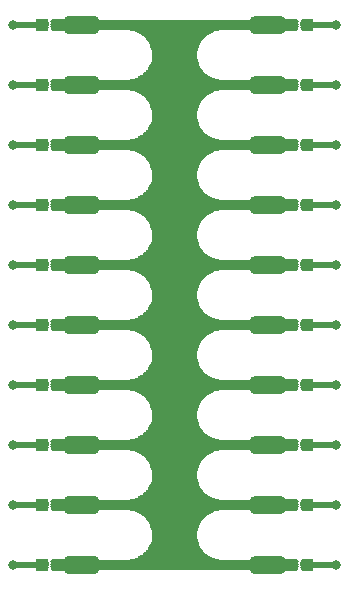
<source format=gbl>
G04 #@! TF.GenerationSoftware,KiCad,Pcbnew,5.1.9-73d0e3b20d~88~ubuntu20.04.1*
G04 #@! TF.CreationDate,2021-06-04T14:41:46+03:00*
G04 #@! TF.ProjectId,cable_to_square_pin,6361626c-655f-4746-9f5f-737175617265,rev?*
G04 #@! TF.SameCoordinates,Original*
G04 #@! TF.FileFunction,Copper,L2,Bot*
G04 #@! TF.FilePolarity,Positive*
%FSLAX46Y46*%
G04 Gerber Fmt 4.6, Leading zero omitted, Abs format (unit mm)*
G04 Created by KiCad (PCBNEW 5.1.9-73d0e3b20d~88~ubuntu20.04.1) date 2021-06-04 14:41:46*
%MOMM*%
%LPD*%
G01*
G04 APERTURE LIST*
G04 #@! TA.AperFunction,SMDPad,CuDef*
%ADD10C,0.350000*%
G04 #@! TD*
G04 #@! TA.AperFunction,ViaPad*
%ADD11C,0.800000*%
G04 #@! TD*
G04 #@! TA.AperFunction,Conductor*
%ADD12C,0.500000*%
G04 #@! TD*
G04 #@! TA.AperFunction,Conductor*
%ADD13C,1.000000*%
G04 #@! TD*
G04 #@! TA.AperFunction,Conductor*
%ADD14C,0.200000*%
G04 #@! TD*
G04 #@! TA.AperFunction,Conductor*
%ADD15C,0.350000*%
G04 #@! TD*
%ADD16C,0.350000*%
G04 APERTURE END LIST*
G04 #@! TO.P,J3,1*
G04 #@! TO.N,Net-(E1-Pad2)*
G04 #@! TA.AperFunction,SMDPad,CuDef*
G36*
G01*
X105360000Y-121345000D02*
X105360000Y-122095000D01*
G75*
G02*
X104985000Y-122470000I-375000J0D01*
G01*
X102735000Y-122470000D01*
G75*
G02*
X102360000Y-122095000I0J375000D01*
G01*
X102360000Y-121345000D01*
G75*
G02*
X102735000Y-120970000I375000J0D01*
G01*
X104985000Y-120970000D01*
G75*
G02*
X105360000Y-121345000I0J-375000D01*
G01*
G37*
G04 #@! TD.AperFunction*
G04 #@! TD*
G04 #@! TO.P,J3,1*
G04 #@! TO.N,Net-(E1-Pad2)*
G04 #@! TA.AperFunction,SMDPad,CuDef*
G36*
G01*
X105360000Y-101025000D02*
X105360000Y-101775000D01*
G75*
G02*
X104985000Y-102150000I-375000J0D01*
G01*
X102735000Y-102150000D01*
G75*
G02*
X102360000Y-101775000I0J375000D01*
G01*
X102360000Y-101025000D01*
G75*
G02*
X102735000Y-100650000I375000J0D01*
G01*
X104985000Y-100650000D01*
G75*
G02*
X105360000Y-101025000I0J-375000D01*
G01*
G37*
G04 #@! TD.AperFunction*
G04 #@! TD*
G04 #@! TA.AperFunction,SMDPad,CuDef*
D10*
G04 #@! TO.P,E1,1*
G04 #@! TO.N,Net-(C1-Pad2)*
G36*
X106720000Y-76058579D02*
G01*
X106861421Y-76200000D01*
X106720000Y-76341421D01*
X106578579Y-76200000D01*
X106720000Y-76058579D01*
G37*
G04 #@! TD.AperFunction*
G04 #@! TA.AperFunction,SMDPad,CuDef*
G36*
X106720000Y-75858579D02*
G01*
X106861421Y-76000000D01*
X106720000Y-76141421D01*
X106578579Y-76000000D01*
X106720000Y-75858579D01*
G37*
G04 #@! TD.AperFunction*
G04 #@! TA.AperFunction,SMDPad,CuDef*
G36*
X106720000Y-75658579D02*
G01*
X106861421Y-75800000D01*
X106720000Y-75941421D01*
X106578579Y-75800000D01*
X106720000Y-75658579D01*
G37*
G04 #@! TD.AperFunction*
G04 #@! TA.AperFunction,SMDPad,CuDef*
G36*
G01*
X106760000Y-75500000D02*
X107660000Y-75500000D01*
G75*
G02*
X107710000Y-75550000I0J-50000D01*
G01*
X107710000Y-76450000D01*
G75*
G02*
X107660000Y-76500000I-50000J0D01*
G01*
X106760000Y-76500000D01*
G75*
G02*
X106710000Y-76450000I0J50000D01*
G01*
X106710000Y-75550000D01*
G75*
G02*
X106760000Y-75500000I50000J0D01*
G01*
G37*
G04 #@! TD.AperFunction*
G04 #@! TA.AperFunction,SMDPad,CuDef*
G04 #@! TO.P,E1,2*
G04 #@! TO.N,Net-(E1-Pad2)*
G36*
X106360000Y-76158579D02*
G01*
X106501421Y-76300000D01*
X106360000Y-76441421D01*
X106218579Y-76300000D01*
X106360000Y-76158579D01*
G37*
G04 #@! TD.AperFunction*
G04 #@! TA.AperFunction,SMDPad,CuDef*
G36*
X106360000Y-75958579D02*
G01*
X106501421Y-76100000D01*
X106360000Y-76241421D01*
X106218579Y-76100000D01*
X106360000Y-75958579D01*
G37*
G04 #@! TD.AperFunction*
G04 #@! TA.AperFunction,SMDPad,CuDef*
G36*
X106360000Y-75758579D02*
G01*
X106501421Y-75900000D01*
X106360000Y-76041421D01*
X106218579Y-75900000D01*
X106360000Y-75758579D01*
G37*
G04 #@! TD.AperFunction*
G04 #@! TA.AperFunction,SMDPad,CuDef*
G36*
X106360000Y-75558579D02*
G01*
X106501421Y-75700000D01*
X106360000Y-75841421D01*
X106218579Y-75700000D01*
X106360000Y-75558579D01*
G37*
G04 #@! TD.AperFunction*
G04 #@! TA.AperFunction,SMDPad,CuDef*
G36*
G01*
X105410000Y-75500000D02*
X106310000Y-75500000D01*
G75*
G02*
X106360000Y-75550000I0J-50000D01*
G01*
X106360000Y-76450000D01*
G75*
G02*
X106310000Y-76500000I-50000J0D01*
G01*
X105410000Y-76500000D01*
G75*
G02*
X105360000Y-76450000I0J50000D01*
G01*
X105360000Y-75550000D01*
G75*
G02*
X105410000Y-75500000I50000J0D01*
G01*
G37*
G04 #@! TD.AperFunction*
G04 #@! TD*
G04 #@! TO.P,J3,1*
G04 #@! TO.N,Net-(E1-Pad2)*
G04 #@! TA.AperFunction,SMDPad,CuDef*
G36*
G01*
X105360000Y-90865000D02*
X105360000Y-91615000D01*
G75*
G02*
X104985000Y-91990000I-375000J0D01*
G01*
X102735000Y-91990000D01*
G75*
G02*
X102360000Y-91615000I0J375000D01*
G01*
X102360000Y-90865000D01*
G75*
G02*
X102735000Y-90490000I375000J0D01*
G01*
X104985000Y-90490000D01*
G75*
G02*
X105360000Y-90865000I0J-375000D01*
G01*
G37*
G04 #@! TD.AperFunction*
G04 #@! TD*
G04 #@! TO.P,E1,2*
G04 #@! TO.N,Net-(E1-Pad2)*
G04 #@! TA.AperFunction,SMDPad,CuDef*
G36*
G01*
X105410000Y-100900000D02*
X106310000Y-100900000D01*
G75*
G02*
X106360000Y-100950000I0J-50000D01*
G01*
X106360000Y-101850000D01*
G75*
G02*
X106310000Y-101900000I-50000J0D01*
G01*
X105410000Y-101900000D01*
G75*
G02*
X105360000Y-101850000I0J50000D01*
G01*
X105360000Y-100950000D01*
G75*
G02*
X105410000Y-100900000I50000J0D01*
G01*
G37*
G04 #@! TD.AperFunction*
G04 #@! TA.AperFunction,SMDPad,CuDef*
G36*
X106360000Y-100958579D02*
G01*
X106501421Y-101100000D01*
X106360000Y-101241421D01*
X106218579Y-101100000D01*
X106360000Y-100958579D01*
G37*
G04 #@! TD.AperFunction*
G04 #@! TA.AperFunction,SMDPad,CuDef*
G36*
X106360000Y-101158579D02*
G01*
X106501421Y-101300000D01*
X106360000Y-101441421D01*
X106218579Y-101300000D01*
X106360000Y-101158579D01*
G37*
G04 #@! TD.AperFunction*
G04 #@! TA.AperFunction,SMDPad,CuDef*
G36*
X106360000Y-101358579D02*
G01*
X106501421Y-101500000D01*
X106360000Y-101641421D01*
X106218579Y-101500000D01*
X106360000Y-101358579D01*
G37*
G04 #@! TD.AperFunction*
G04 #@! TA.AperFunction,SMDPad,CuDef*
G36*
X106360000Y-101558579D02*
G01*
X106501421Y-101700000D01*
X106360000Y-101841421D01*
X106218579Y-101700000D01*
X106360000Y-101558579D01*
G37*
G04 #@! TD.AperFunction*
G04 #@! TO.P,E1,1*
G04 #@! TO.N,Net-(C1-Pad2)*
G04 #@! TA.AperFunction,SMDPad,CuDef*
G36*
G01*
X106760000Y-100900000D02*
X107660000Y-100900000D01*
G75*
G02*
X107710000Y-100950000I0J-50000D01*
G01*
X107710000Y-101850000D01*
G75*
G02*
X107660000Y-101900000I-50000J0D01*
G01*
X106760000Y-101900000D01*
G75*
G02*
X106710000Y-101850000I0J50000D01*
G01*
X106710000Y-100950000D01*
G75*
G02*
X106760000Y-100900000I50000J0D01*
G01*
G37*
G04 #@! TD.AperFunction*
G04 #@! TA.AperFunction,SMDPad,CuDef*
G36*
X106720000Y-101058579D02*
G01*
X106861421Y-101200000D01*
X106720000Y-101341421D01*
X106578579Y-101200000D01*
X106720000Y-101058579D01*
G37*
G04 #@! TD.AperFunction*
G04 #@! TA.AperFunction,SMDPad,CuDef*
G36*
X106720000Y-101258579D02*
G01*
X106861421Y-101400000D01*
X106720000Y-101541421D01*
X106578579Y-101400000D01*
X106720000Y-101258579D01*
G37*
G04 #@! TD.AperFunction*
G04 #@! TA.AperFunction,SMDPad,CuDef*
G36*
X106720000Y-101458579D02*
G01*
X106861421Y-101600000D01*
X106720000Y-101741421D01*
X106578579Y-101600000D01*
X106720000Y-101458579D01*
G37*
G04 #@! TD.AperFunction*
G04 #@! TD*
G04 #@! TO.P,J3,1*
G04 #@! TO.N,Net-(E1-Pad2)*
G04 #@! TA.AperFunction,SMDPad,CuDef*
G36*
G01*
X105360000Y-111185000D02*
X105360000Y-111935000D01*
G75*
G02*
X104985000Y-112310000I-375000J0D01*
G01*
X102735000Y-112310000D01*
G75*
G02*
X102360000Y-111935000I0J375000D01*
G01*
X102360000Y-111185000D01*
G75*
G02*
X102735000Y-110810000I375000J0D01*
G01*
X104985000Y-110810000D01*
G75*
G02*
X105360000Y-111185000I0J-375000D01*
G01*
G37*
G04 #@! TD.AperFunction*
G04 #@! TD*
G04 #@! TO.P,J3,1*
G04 #@! TO.N,Net-(E1-Pad2)*
G04 #@! TA.AperFunction,SMDPad,CuDef*
G36*
G01*
X105360000Y-75625000D02*
X105360000Y-76375000D01*
G75*
G02*
X104985000Y-76750000I-375000J0D01*
G01*
X102735000Y-76750000D01*
G75*
G02*
X102360000Y-76375000I0J375000D01*
G01*
X102360000Y-75625000D01*
G75*
G02*
X102735000Y-75250000I375000J0D01*
G01*
X104985000Y-75250000D01*
G75*
G02*
X105360000Y-75625000I0J-375000D01*
G01*
G37*
G04 #@! TD.AperFunction*
G04 #@! TD*
G04 #@! TA.AperFunction,SMDPad,CuDef*
G04 #@! TO.P,E1,1*
G04 #@! TO.N,Net-(C1-Pad2)*
G36*
X106720000Y-86218579D02*
G01*
X106861421Y-86360000D01*
X106720000Y-86501421D01*
X106578579Y-86360000D01*
X106720000Y-86218579D01*
G37*
G04 #@! TD.AperFunction*
G04 #@! TA.AperFunction,SMDPad,CuDef*
G36*
X106720000Y-86018579D02*
G01*
X106861421Y-86160000D01*
X106720000Y-86301421D01*
X106578579Y-86160000D01*
X106720000Y-86018579D01*
G37*
G04 #@! TD.AperFunction*
G04 #@! TA.AperFunction,SMDPad,CuDef*
G36*
X106720000Y-85818579D02*
G01*
X106861421Y-85960000D01*
X106720000Y-86101421D01*
X106578579Y-85960000D01*
X106720000Y-85818579D01*
G37*
G04 #@! TD.AperFunction*
G04 #@! TA.AperFunction,SMDPad,CuDef*
G36*
G01*
X106760000Y-85660000D02*
X107660000Y-85660000D01*
G75*
G02*
X107710000Y-85710000I0J-50000D01*
G01*
X107710000Y-86610000D01*
G75*
G02*
X107660000Y-86660000I-50000J0D01*
G01*
X106760000Y-86660000D01*
G75*
G02*
X106710000Y-86610000I0J50000D01*
G01*
X106710000Y-85710000D01*
G75*
G02*
X106760000Y-85660000I50000J0D01*
G01*
G37*
G04 #@! TD.AperFunction*
G04 #@! TA.AperFunction,SMDPad,CuDef*
G04 #@! TO.P,E1,2*
G04 #@! TO.N,Net-(E1-Pad2)*
G36*
X106360000Y-86318579D02*
G01*
X106501421Y-86460000D01*
X106360000Y-86601421D01*
X106218579Y-86460000D01*
X106360000Y-86318579D01*
G37*
G04 #@! TD.AperFunction*
G04 #@! TA.AperFunction,SMDPad,CuDef*
G36*
X106360000Y-86118579D02*
G01*
X106501421Y-86260000D01*
X106360000Y-86401421D01*
X106218579Y-86260000D01*
X106360000Y-86118579D01*
G37*
G04 #@! TD.AperFunction*
G04 #@! TA.AperFunction,SMDPad,CuDef*
G36*
X106360000Y-85918579D02*
G01*
X106501421Y-86060000D01*
X106360000Y-86201421D01*
X106218579Y-86060000D01*
X106360000Y-85918579D01*
G37*
G04 #@! TD.AperFunction*
G04 #@! TA.AperFunction,SMDPad,CuDef*
G36*
X106360000Y-85718579D02*
G01*
X106501421Y-85860000D01*
X106360000Y-86001421D01*
X106218579Y-85860000D01*
X106360000Y-85718579D01*
G37*
G04 #@! TD.AperFunction*
G04 #@! TA.AperFunction,SMDPad,CuDef*
G36*
G01*
X105410000Y-85660000D02*
X106310000Y-85660000D01*
G75*
G02*
X106360000Y-85710000I0J-50000D01*
G01*
X106360000Y-86610000D01*
G75*
G02*
X106310000Y-86660000I-50000J0D01*
G01*
X105410000Y-86660000D01*
G75*
G02*
X105360000Y-86610000I0J50000D01*
G01*
X105360000Y-85710000D01*
G75*
G02*
X105410000Y-85660000I50000J0D01*
G01*
G37*
G04 #@! TD.AperFunction*
G04 #@! TD*
G04 #@! TO.P,E1,2*
G04 #@! TO.N,Net-(E1-Pad2)*
G04 #@! TA.AperFunction,SMDPad,CuDef*
G36*
G01*
X105410000Y-80580000D02*
X106310000Y-80580000D01*
G75*
G02*
X106360000Y-80630000I0J-50000D01*
G01*
X106360000Y-81530000D01*
G75*
G02*
X106310000Y-81580000I-50000J0D01*
G01*
X105410000Y-81580000D01*
G75*
G02*
X105360000Y-81530000I0J50000D01*
G01*
X105360000Y-80630000D01*
G75*
G02*
X105410000Y-80580000I50000J0D01*
G01*
G37*
G04 #@! TD.AperFunction*
G04 #@! TA.AperFunction,SMDPad,CuDef*
G36*
X106360000Y-80638579D02*
G01*
X106501421Y-80780000D01*
X106360000Y-80921421D01*
X106218579Y-80780000D01*
X106360000Y-80638579D01*
G37*
G04 #@! TD.AperFunction*
G04 #@! TA.AperFunction,SMDPad,CuDef*
G36*
X106360000Y-80838579D02*
G01*
X106501421Y-80980000D01*
X106360000Y-81121421D01*
X106218579Y-80980000D01*
X106360000Y-80838579D01*
G37*
G04 #@! TD.AperFunction*
G04 #@! TA.AperFunction,SMDPad,CuDef*
G36*
X106360000Y-81038579D02*
G01*
X106501421Y-81180000D01*
X106360000Y-81321421D01*
X106218579Y-81180000D01*
X106360000Y-81038579D01*
G37*
G04 #@! TD.AperFunction*
G04 #@! TA.AperFunction,SMDPad,CuDef*
G36*
X106360000Y-81238579D02*
G01*
X106501421Y-81380000D01*
X106360000Y-81521421D01*
X106218579Y-81380000D01*
X106360000Y-81238579D01*
G37*
G04 #@! TD.AperFunction*
G04 #@! TO.P,E1,1*
G04 #@! TO.N,Net-(C1-Pad2)*
G04 #@! TA.AperFunction,SMDPad,CuDef*
G36*
G01*
X106760000Y-80580000D02*
X107660000Y-80580000D01*
G75*
G02*
X107710000Y-80630000I0J-50000D01*
G01*
X107710000Y-81530000D01*
G75*
G02*
X107660000Y-81580000I-50000J0D01*
G01*
X106760000Y-81580000D01*
G75*
G02*
X106710000Y-81530000I0J50000D01*
G01*
X106710000Y-80630000D01*
G75*
G02*
X106760000Y-80580000I50000J0D01*
G01*
G37*
G04 #@! TD.AperFunction*
G04 #@! TA.AperFunction,SMDPad,CuDef*
G36*
X106720000Y-80738579D02*
G01*
X106861421Y-80880000D01*
X106720000Y-81021421D01*
X106578579Y-80880000D01*
X106720000Y-80738579D01*
G37*
G04 #@! TD.AperFunction*
G04 #@! TA.AperFunction,SMDPad,CuDef*
G36*
X106720000Y-80938579D02*
G01*
X106861421Y-81080000D01*
X106720000Y-81221421D01*
X106578579Y-81080000D01*
X106720000Y-80938579D01*
G37*
G04 #@! TD.AperFunction*
G04 #@! TA.AperFunction,SMDPad,CuDef*
G36*
X106720000Y-81138579D02*
G01*
X106861421Y-81280000D01*
X106720000Y-81421421D01*
X106578579Y-81280000D01*
X106720000Y-81138579D01*
G37*
G04 #@! TD.AperFunction*
G04 #@! TD*
G04 #@! TO.P,J3,1*
G04 #@! TO.N,Net-(E1-Pad2)*
G04 #@! TA.AperFunction,SMDPad,CuDef*
G36*
G01*
X105360000Y-85785000D02*
X105360000Y-86535000D01*
G75*
G02*
X104985000Y-86910000I-375000J0D01*
G01*
X102735000Y-86910000D01*
G75*
G02*
X102360000Y-86535000I0J375000D01*
G01*
X102360000Y-85785000D01*
G75*
G02*
X102735000Y-85410000I375000J0D01*
G01*
X104985000Y-85410000D01*
G75*
G02*
X105360000Y-85785000I0J-375000D01*
G01*
G37*
G04 #@! TD.AperFunction*
G04 #@! TD*
G04 #@! TO.P,E1,2*
G04 #@! TO.N,Net-(E1-Pad2)*
G04 #@! TA.AperFunction,SMDPad,CuDef*
G36*
G01*
X105410000Y-121220000D02*
X106310000Y-121220000D01*
G75*
G02*
X106360000Y-121270000I0J-50000D01*
G01*
X106360000Y-122170000D01*
G75*
G02*
X106310000Y-122220000I-50000J0D01*
G01*
X105410000Y-122220000D01*
G75*
G02*
X105360000Y-122170000I0J50000D01*
G01*
X105360000Y-121270000D01*
G75*
G02*
X105410000Y-121220000I50000J0D01*
G01*
G37*
G04 #@! TD.AperFunction*
G04 #@! TA.AperFunction,SMDPad,CuDef*
G36*
X106360000Y-121278579D02*
G01*
X106501421Y-121420000D01*
X106360000Y-121561421D01*
X106218579Y-121420000D01*
X106360000Y-121278579D01*
G37*
G04 #@! TD.AperFunction*
G04 #@! TA.AperFunction,SMDPad,CuDef*
G36*
X106360000Y-121478579D02*
G01*
X106501421Y-121620000D01*
X106360000Y-121761421D01*
X106218579Y-121620000D01*
X106360000Y-121478579D01*
G37*
G04 #@! TD.AperFunction*
G04 #@! TA.AperFunction,SMDPad,CuDef*
G36*
X106360000Y-121678579D02*
G01*
X106501421Y-121820000D01*
X106360000Y-121961421D01*
X106218579Y-121820000D01*
X106360000Y-121678579D01*
G37*
G04 #@! TD.AperFunction*
G04 #@! TA.AperFunction,SMDPad,CuDef*
G36*
X106360000Y-121878579D02*
G01*
X106501421Y-122020000D01*
X106360000Y-122161421D01*
X106218579Y-122020000D01*
X106360000Y-121878579D01*
G37*
G04 #@! TD.AperFunction*
G04 #@! TO.P,E1,1*
G04 #@! TO.N,Net-(C1-Pad2)*
G04 #@! TA.AperFunction,SMDPad,CuDef*
G36*
G01*
X106760000Y-121220000D02*
X107660000Y-121220000D01*
G75*
G02*
X107710000Y-121270000I0J-50000D01*
G01*
X107710000Y-122170000D01*
G75*
G02*
X107660000Y-122220000I-50000J0D01*
G01*
X106760000Y-122220000D01*
G75*
G02*
X106710000Y-122170000I0J50000D01*
G01*
X106710000Y-121270000D01*
G75*
G02*
X106760000Y-121220000I50000J0D01*
G01*
G37*
G04 #@! TD.AperFunction*
G04 #@! TA.AperFunction,SMDPad,CuDef*
G36*
X106720000Y-121378579D02*
G01*
X106861421Y-121520000D01*
X106720000Y-121661421D01*
X106578579Y-121520000D01*
X106720000Y-121378579D01*
G37*
G04 #@! TD.AperFunction*
G04 #@! TA.AperFunction,SMDPad,CuDef*
G36*
X106720000Y-121578579D02*
G01*
X106861421Y-121720000D01*
X106720000Y-121861421D01*
X106578579Y-121720000D01*
X106720000Y-121578579D01*
G37*
G04 #@! TD.AperFunction*
G04 #@! TA.AperFunction,SMDPad,CuDef*
G36*
X106720000Y-121778579D02*
G01*
X106861421Y-121920000D01*
X106720000Y-122061421D01*
X106578579Y-121920000D01*
X106720000Y-121778579D01*
G37*
G04 #@! TD.AperFunction*
G04 #@! TD*
G04 #@! TO.P,J3,1*
G04 #@! TO.N,Net-(E1-Pad2)*
G04 #@! TA.AperFunction,SMDPad,CuDef*
G36*
G01*
X105360000Y-106105000D02*
X105360000Y-106855000D01*
G75*
G02*
X104985000Y-107230000I-375000J0D01*
G01*
X102735000Y-107230000D01*
G75*
G02*
X102360000Y-106855000I0J375000D01*
G01*
X102360000Y-106105000D01*
G75*
G02*
X102735000Y-105730000I375000J0D01*
G01*
X104985000Y-105730000D01*
G75*
G02*
X105360000Y-106105000I0J-375000D01*
G01*
G37*
G04 #@! TD.AperFunction*
G04 #@! TD*
G04 #@! TO.P,E1,2*
G04 #@! TO.N,Net-(E1-Pad2)*
G04 #@! TA.AperFunction,SMDPad,CuDef*
G36*
G01*
X105410000Y-111060000D02*
X106310000Y-111060000D01*
G75*
G02*
X106360000Y-111110000I0J-50000D01*
G01*
X106360000Y-112010000D01*
G75*
G02*
X106310000Y-112060000I-50000J0D01*
G01*
X105410000Y-112060000D01*
G75*
G02*
X105360000Y-112010000I0J50000D01*
G01*
X105360000Y-111110000D01*
G75*
G02*
X105410000Y-111060000I50000J0D01*
G01*
G37*
G04 #@! TD.AperFunction*
G04 #@! TA.AperFunction,SMDPad,CuDef*
G36*
X106360000Y-111118579D02*
G01*
X106501421Y-111260000D01*
X106360000Y-111401421D01*
X106218579Y-111260000D01*
X106360000Y-111118579D01*
G37*
G04 #@! TD.AperFunction*
G04 #@! TA.AperFunction,SMDPad,CuDef*
G36*
X106360000Y-111318579D02*
G01*
X106501421Y-111460000D01*
X106360000Y-111601421D01*
X106218579Y-111460000D01*
X106360000Y-111318579D01*
G37*
G04 #@! TD.AperFunction*
G04 #@! TA.AperFunction,SMDPad,CuDef*
G36*
X106360000Y-111518579D02*
G01*
X106501421Y-111660000D01*
X106360000Y-111801421D01*
X106218579Y-111660000D01*
X106360000Y-111518579D01*
G37*
G04 #@! TD.AperFunction*
G04 #@! TA.AperFunction,SMDPad,CuDef*
G36*
X106360000Y-111718579D02*
G01*
X106501421Y-111860000D01*
X106360000Y-112001421D01*
X106218579Y-111860000D01*
X106360000Y-111718579D01*
G37*
G04 #@! TD.AperFunction*
G04 #@! TO.P,E1,1*
G04 #@! TO.N,Net-(C1-Pad2)*
G04 #@! TA.AperFunction,SMDPad,CuDef*
G36*
G01*
X106760000Y-111060000D02*
X107660000Y-111060000D01*
G75*
G02*
X107710000Y-111110000I0J-50000D01*
G01*
X107710000Y-112010000D01*
G75*
G02*
X107660000Y-112060000I-50000J0D01*
G01*
X106760000Y-112060000D01*
G75*
G02*
X106710000Y-112010000I0J50000D01*
G01*
X106710000Y-111110000D01*
G75*
G02*
X106760000Y-111060000I50000J0D01*
G01*
G37*
G04 #@! TD.AperFunction*
G04 #@! TA.AperFunction,SMDPad,CuDef*
G36*
X106720000Y-111218579D02*
G01*
X106861421Y-111360000D01*
X106720000Y-111501421D01*
X106578579Y-111360000D01*
X106720000Y-111218579D01*
G37*
G04 #@! TD.AperFunction*
G04 #@! TA.AperFunction,SMDPad,CuDef*
G36*
X106720000Y-111418579D02*
G01*
X106861421Y-111560000D01*
X106720000Y-111701421D01*
X106578579Y-111560000D01*
X106720000Y-111418579D01*
G37*
G04 #@! TD.AperFunction*
G04 #@! TA.AperFunction,SMDPad,CuDef*
G36*
X106720000Y-111618579D02*
G01*
X106861421Y-111760000D01*
X106720000Y-111901421D01*
X106578579Y-111760000D01*
X106720000Y-111618579D01*
G37*
G04 #@! TD.AperFunction*
G04 #@! TD*
G04 #@! TA.AperFunction,SMDPad,CuDef*
G04 #@! TO.P,E1,1*
G04 #@! TO.N,Net-(C1-Pad2)*
G36*
X106720000Y-96378579D02*
G01*
X106861421Y-96520000D01*
X106720000Y-96661421D01*
X106578579Y-96520000D01*
X106720000Y-96378579D01*
G37*
G04 #@! TD.AperFunction*
G04 #@! TA.AperFunction,SMDPad,CuDef*
G36*
X106720000Y-96178579D02*
G01*
X106861421Y-96320000D01*
X106720000Y-96461421D01*
X106578579Y-96320000D01*
X106720000Y-96178579D01*
G37*
G04 #@! TD.AperFunction*
G04 #@! TA.AperFunction,SMDPad,CuDef*
G36*
X106720000Y-95978579D02*
G01*
X106861421Y-96120000D01*
X106720000Y-96261421D01*
X106578579Y-96120000D01*
X106720000Y-95978579D01*
G37*
G04 #@! TD.AperFunction*
G04 #@! TA.AperFunction,SMDPad,CuDef*
G36*
G01*
X106760000Y-95820000D02*
X107660000Y-95820000D01*
G75*
G02*
X107710000Y-95870000I0J-50000D01*
G01*
X107710000Y-96770000D01*
G75*
G02*
X107660000Y-96820000I-50000J0D01*
G01*
X106760000Y-96820000D01*
G75*
G02*
X106710000Y-96770000I0J50000D01*
G01*
X106710000Y-95870000D01*
G75*
G02*
X106760000Y-95820000I50000J0D01*
G01*
G37*
G04 #@! TD.AperFunction*
G04 #@! TA.AperFunction,SMDPad,CuDef*
G04 #@! TO.P,E1,2*
G04 #@! TO.N,Net-(E1-Pad2)*
G36*
X106360000Y-96478579D02*
G01*
X106501421Y-96620000D01*
X106360000Y-96761421D01*
X106218579Y-96620000D01*
X106360000Y-96478579D01*
G37*
G04 #@! TD.AperFunction*
G04 #@! TA.AperFunction,SMDPad,CuDef*
G36*
X106360000Y-96278579D02*
G01*
X106501421Y-96420000D01*
X106360000Y-96561421D01*
X106218579Y-96420000D01*
X106360000Y-96278579D01*
G37*
G04 #@! TD.AperFunction*
G04 #@! TA.AperFunction,SMDPad,CuDef*
G36*
X106360000Y-96078579D02*
G01*
X106501421Y-96220000D01*
X106360000Y-96361421D01*
X106218579Y-96220000D01*
X106360000Y-96078579D01*
G37*
G04 #@! TD.AperFunction*
G04 #@! TA.AperFunction,SMDPad,CuDef*
G36*
X106360000Y-95878579D02*
G01*
X106501421Y-96020000D01*
X106360000Y-96161421D01*
X106218579Y-96020000D01*
X106360000Y-95878579D01*
G37*
G04 #@! TD.AperFunction*
G04 #@! TA.AperFunction,SMDPad,CuDef*
G36*
G01*
X105410000Y-95820000D02*
X106310000Y-95820000D01*
G75*
G02*
X106360000Y-95870000I0J-50000D01*
G01*
X106360000Y-96770000D01*
G75*
G02*
X106310000Y-96820000I-50000J0D01*
G01*
X105410000Y-96820000D01*
G75*
G02*
X105360000Y-96770000I0J50000D01*
G01*
X105360000Y-95870000D01*
G75*
G02*
X105410000Y-95820000I50000J0D01*
G01*
G37*
G04 #@! TD.AperFunction*
G04 #@! TD*
G04 #@! TO.P,J3,1*
G04 #@! TO.N,Net-(E1-Pad2)*
G04 #@! TA.AperFunction,SMDPad,CuDef*
G36*
G01*
X105360000Y-116265000D02*
X105360000Y-117015000D01*
G75*
G02*
X104985000Y-117390000I-375000J0D01*
G01*
X102735000Y-117390000D01*
G75*
G02*
X102360000Y-117015000I0J375000D01*
G01*
X102360000Y-116265000D01*
G75*
G02*
X102735000Y-115890000I375000J0D01*
G01*
X104985000Y-115890000D01*
G75*
G02*
X105360000Y-116265000I0J-375000D01*
G01*
G37*
G04 #@! TD.AperFunction*
G04 #@! TD*
G04 #@! TO.P,J3,1*
G04 #@! TO.N,Net-(E1-Pad2)*
G04 #@! TA.AperFunction,SMDPad,CuDef*
G36*
G01*
X105360000Y-80705000D02*
X105360000Y-81455000D01*
G75*
G02*
X104985000Y-81830000I-375000J0D01*
G01*
X102735000Y-81830000D01*
G75*
G02*
X102360000Y-81455000I0J375000D01*
G01*
X102360000Y-80705000D01*
G75*
G02*
X102735000Y-80330000I375000J0D01*
G01*
X104985000Y-80330000D01*
G75*
G02*
X105360000Y-80705000I0J-375000D01*
G01*
G37*
G04 #@! TD.AperFunction*
G04 #@! TD*
G04 #@! TO.P,E1,2*
G04 #@! TO.N,Net-(E1-Pad2)*
G04 #@! TA.AperFunction,SMDPad,CuDef*
G36*
G01*
X105410000Y-90740000D02*
X106310000Y-90740000D01*
G75*
G02*
X106360000Y-90790000I0J-50000D01*
G01*
X106360000Y-91690000D01*
G75*
G02*
X106310000Y-91740000I-50000J0D01*
G01*
X105410000Y-91740000D01*
G75*
G02*
X105360000Y-91690000I0J50000D01*
G01*
X105360000Y-90790000D01*
G75*
G02*
X105410000Y-90740000I50000J0D01*
G01*
G37*
G04 #@! TD.AperFunction*
G04 #@! TA.AperFunction,SMDPad,CuDef*
G36*
X106360000Y-90798579D02*
G01*
X106501421Y-90940000D01*
X106360000Y-91081421D01*
X106218579Y-90940000D01*
X106360000Y-90798579D01*
G37*
G04 #@! TD.AperFunction*
G04 #@! TA.AperFunction,SMDPad,CuDef*
G36*
X106360000Y-90998579D02*
G01*
X106501421Y-91140000D01*
X106360000Y-91281421D01*
X106218579Y-91140000D01*
X106360000Y-90998579D01*
G37*
G04 #@! TD.AperFunction*
G04 #@! TA.AperFunction,SMDPad,CuDef*
G36*
X106360000Y-91198579D02*
G01*
X106501421Y-91340000D01*
X106360000Y-91481421D01*
X106218579Y-91340000D01*
X106360000Y-91198579D01*
G37*
G04 #@! TD.AperFunction*
G04 #@! TA.AperFunction,SMDPad,CuDef*
G36*
X106360000Y-91398579D02*
G01*
X106501421Y-91540000D01*
X106360000Y-91681421D01*
X106218579Y-91540000D01*
X106360000Y-91398579D01*
G37*
G04 #@! TD.AperFunction*
G04 #@! TO.P,E1,1*
G04 #@! TO.N,Net-(C1-Pad2)*
G04 #@! TA.AperFunction,SMDPad,CuDef*
G36*
G01*
X106760000Y-90740000D02*
X107660000Y-90740000D01*
G75*
G02*
X107710000Y-90790000I0J-50000D01*
G01*
X107710000Y-91690000D01*
G75*
G02*
X107660000Y-91740000I-50000J0D01*
G01*
X106760000Y-91740000D01*
G75*
G02*
X106710000Y-91690000I0J50000D01*
G01*
X106710000Y-90790000D01*
G75*
G02*
X106760000Y-90740000I50000J0D01*
G01*
G37*
G04 #@! TD.AperFunction*
G04 #@! TA.AperFunction,SMDPad,CuDef*
G36*
X106720000Y-90898579D02*
G01*
X106861421Y-91040000D01*
X106720000Y-91181421D01*
X106578579Y-91040000D01*
X106720000Y-90898579D01*
G37*
G04 #@! TD.AperFunction*
G04 #@! TA.AperFunction,SMDPad,CuDef*
G36*
X106720000Y-91098579D02*
G01*
X106861421Y-91240000D01*
X106720000Y-91381421D01*
X106578579Y-91240000D01*
X106720000Y-91098579D01*
G37*
G04 #@! TD.AperFunction*
G04 #@! TA.AperFunction,SMDPad,CuDef*
G36*
X106720000Y-91298579D02*
G01*
X106861421Y-91440000D01*
X106720000Y-91581421D01*
X106578579Y-91440000D01*
X106720000Y-91298579D01*
G37*
G04 #@! TD.AperFunction*
G04 #@! TD*
G04 #@! TA.AperFunction,SMDPad,CuDef*
G04 #@! TO.P,E1,1*
G04 #@! TO.N,Net-(C1-Pad2)*
G36*
X106720000Y-106538579D02*
G01*
X106861421Y-106680000D01*
X106720000Y-106821421D01*
X106578579Y-106680000D01*
X106720000Y-106538579D01*
G37*
G04 #@! TD.AperFunction*
G04 #@! TA.AperFunction,SMDPad,CuDef*
G36*
X106720000Y-106338579D02*
G01*
X106861421Y-106480000D01*
X106720000Y-106621421D01*
X106578579Y-106480000D01*
X106720000Y-106338579D01*
G37*
G04 #@! TD.AperFunction*
G04 #@! TA.AperFunction,SMDPad,CuDef*
G36*
X106720000Y-106138579D02*
G01*
X106861421Y-106280000D01*
X106720000Y-106421421D01*
X106578579Y-106280000D01*
X106720000Y-106138579D01*
G37*
G04 #@! TD.AperFunction*
G04 #@! TA.AperFunction,SMDPad,CuDef*
G36*
G01*
X106760000Y-105980000D02*
X107660000Y-105980000D01*
G75*
G02*
X107710000Y-106030000I0J-50000D01*
G01*
X107710000Y-106930000D01*
G75*
G02*
X107660000Y-106980000I-50000J0D01*
G01*
X106760000Y-106980000D01*
G75*
G02*
X106710000Y-106930000I0J50000D01*
G01*
X106710000Y-106030000D01*
G75*
G02*
X106760000Y-105980000I50000J0D01*
G01*
G37*
G04 #@! TD.AperFunction*
G04 #@! TA.AperFunction,SMDPad,CuDef*
G04 #@! TO.P,E1,2*
G04 #@! TO.N,Net-(E1-Pad2)*
G36*
X106360000Y-106638579D02*
G01*
X106501421Y-106780000D01*
X106360000Y-106921421D01*
X106218579Y-106780000D01*
X106360000Y-106638579D01*
G37*
G04 #@! TD.AperFunction*
G04 #@! TA.AperFunction,SMDPad,CuDef*
G36*
X106360000Y-106438579D02*
G01*
X106501421Y-106580000D01*
X106360000Y-106721421D01*
X106218579Y-106580000D01*
X106360000Y-106438579D01*
G37*
G04 #@! TD.AperFunction*
G04 #@! TA.AperFunction,SMDPad,CuDef*
G36*
X106360000Y-106238579D02*
G01*
X106501421Y-106380000D01*
X106360000Y-106521421D01*
X106218579Y-106380000D01*
X106360000Y-106238579D01*
G37*
G04 #@! TD.AperFunction*
G04 #@! TA.AperFunction,SMDPad,CuDef*
G36*
X106360000Y-106038579D02*
G01*
X106501421Y-106180000D01*
X106360000Y-106321421D01*
X106218579Y-106180000D01*
X106360000Y-106038579D01*
G37*
G04 #@! TD.AperFunction*
G04 #@! TA.AperFunction,SMDPad,CuDef*
G36*
G01*
X105410000Y-105980000D02*
X106310000Y-105980000D01*
G75*
G02*
X106360000Y-106030000I0J-50000D01*
G01*
X106360000Y-106930000D01*
G75*
G02*
X106310000Y-106980000I-50000J0D01*
G01*
X105410000Y-106980000D01*
G75*
G02*
X105360000Y-106930000I0J50000D01*
G01*
X105360000Y-106030000D01*
G75*
G02*
X105410000Y-105980000I50000J0D01*
G01*
G37*
G04 #@! TD.AperFunction*
G04 #@! TD*
G04 #@! TA.AperFunction,SMDPad,CuDef*
G04 #@! TO.P,E1,1*
G04 #@! TO.N,Net-(C1-Pad2)*
G36*
X106720000Y-116698579D02*
G01*
X106861421Y-116840000D01*
X106720000Y-116981421D01*
X106578579Y-116840000D01*
X106720000Y-116698579D01*
G37*
G04 #@! TD.AperFunction*
G04 #@! TA.AperFunction,SMDPad,CuDef*
G36*
X106720000Y-116498579D02*
G01*
X106861421Y-116640000D01*
X106720000Y-116781421D01*
X106578579Y-116640000D01*
X106720000Y-116498579D01*
G37*
G04 #@! TD.AperFunction*
G04 #@! TA.AperFunction,SMDPad,CuDef*
G36*
X106720000Y-116298579D02*
G01*
X106861421Y-116440000D01*
X106720000Y-116581421D01*
X106578579Y-116440000D01*
X106720000Y-116298579D01*
G37*
G04 #@! TD.AperFunction*
G04 #@! TA.AperFunction,SMDPad,CuDef*
G36*
G01*
X106760000Y-116140000D02*
X107660000Y-116140000D01*
G75*
G02*
X107710000Y-116190000I0J-50000D01*
G01*
X107710000Y-117090000D01*
G75*
G02*
X107660000Y-117140000I-50000J0D01*
G01*
X106760000Y-117140000D01*
G75*
G02*
X106710000Y-117090000I0J50000D01*
G01*
X106710000Y-116190000D01*
G75*
G02*
X106760000Y-116140000I50000J0D01*
G01*
G37*
G04 #@! TD.AperFunction*
G04 #@! TA.AperFunction,SMDPad,CuDef*
G04 #@! TO.P,E1,2*
G04 #@! TO.N,Net-(E1-Pad2)*
G36*
X106360000Y-116798579D02*
G01*
X106501421Y-116940000D01*
X106360000Y-117081421D01*
X106218579Y-116940000D01*
X106360000Y-116798579D01*
G37*
G04 #@! TD.AperFunction*
G04 #@! TA.AperFunction,SMDPad,CuDef*
G36*
X106360000Y-116598579D02*
G01*
X106501421Y-116740000D01*
X106360000Y-116881421D01*
X106218579Y-116740000D01*
X106360000Y-116598579D01*
G37*
G04 #@! TD.AperFunction*
G04 #@! TA.AperFunction,SMDPad,CuDef*
G36*
X106360000Y-116398579D02*
G01*
X106501421Y-116540000D01*
X106360000Y-116681421D01*
X106218579Y-116540000D01*
X106360000Y-116398579D01*
G37*
G04 #@! TD.AperFunction*
G04 #@! TA.AperFunction,SMDPad,CuDef*
G36*
X106360000Y-116198579D02*
G01*
X106501421Y-116340000D01*
X106360000Y-116481421D01*
X106218579Y-116340000D01*
X106360000Y-116198579D01*
G37*
G04 #@! TD.AperFunction*
G04 #@! TA.AperFunction,SMDPad,CuDef*
G36*
G01*
X105410000Y-116140000D02*
X106310000Y-116140000D01*
G75*
G02*
X106360000Y-116190000I0J-50000D01*
G01*
X106360000Y-117090000D01*
G75*
G02*
X106310000Y-117140000I-50000J0D01*
G01*
X105410000Y-117140000D01*
G75*
G02*
X105360000Y-117090000I0J50000D01*
G01*
X105360000Y-116190000D01*
G75*
G02*
X105410000Y-116140000I50000J0D01*
G01*
G37*
G04 #@! TD.AperFunction*
G04 #@! TD*
G04 #@! TO.P,J3,1*
G04 #@! TO.N,Net-(E1-Pad2)*
G04 #@! TA.AperFunction,SMDPad,CuDef*
G36*
G01*
X105360000Y-95945000D02*
X105360000Y-96695000D01*
G75*
G02*
X104985000Y-97070000I-375000J0D01*
G01*
X102735000Y-97070000D01*
G75*
G02*
X102360000Y-96695000I0J375000D01*
G01*
X102360000Y-95945000D01*
G75*
G02*
X102735000Y-95570000I375000J0D01*
G01*
X104985000Y-95570000D01*
G75*
G02*
X105360000Y-95945000I0J-375000D01*
G01*
G37*
G04 #@! TD.AperFunction*
G04 #@! TD*
G04 #@! TO.P,J3,1*
G04 #@! TO.N,Net-(E1-Pad2)*
G04 #@! TA.AperFunction,SMDPad,CuDef*
G36*
G01*
X86600000Y-111935000D02*
X86600000Y-111185000D01*
G75*
G02*
X86975000Y-110810000I375000J0D01*
G01*
X89225000Y-110810000D01*
G75*
G02*
X89600000Y-111185000I0J-375000D01*
G01*
X89600000Y-111935000D01*
G75*
G02*
X89225000Y-112310000I-375000J0D01*
G01*
X86975000Y-112310000D01*
G75*
G02*
X86600000Y-111935000I0J375000D01*
G01*
G37*
G04 #@! TD.AperFunction*
G04 #@! TD*
G04 #@! TO.P,J3,1*
G04 #@! TO.N,Net-(E1-Pad2)*
G04 #@! TA.AperFunction,SMDPad,CuDef*
G36*
G01*
X86600000Y-122095000D02*
X86600000Y-121345000D01*
G75*
G02*
X86975000Y-120970000I375000J0D01*
G01*
X89225000Y-120970000D01*
G75*
G02*
X89600000Y-121345000I0J-375000D01*
G01*
X89600000Y-122095000D01*
G75*
G02*
X89225000Y-122470000I-375000J0D01*
G01*
X86975000Y-122470000D01*
G75*
G02*
X86600000Y-122095000I0J375000D01*
G01*
G37*
G04 #@! TD.AperFunction*
G04 #@! TD*
G04 #@! TO.P,E1,2*
G04 #@! TO.N,Net-(E1-Pad2)*
G04 #@! TA.AperFunction,SMDPad,CuDef*
G36*
G01*
X86550000Y-112060000D02*
X85650000Y-112060000D01*
G75*
G02*
X85600000Y-112010000I0J50000D01*
G01*
X85600000Y-111110000D01*
G75*
G02*
X85650000Y-111060000I50000J0D01*
G01*
X86550000Y-111060000D01*
G75*
G02*
X86600000Y-111110000I0J-50000D01*
G01*
X86600000Y-112010000D01*
G75*
G02*
X86550000Y-112060000I-50000J0D01*
G01*
G37*
G04 #@! TD.AperFunction*
G04 #@! TA.AperFunction,SMDPad,CuDef*
G36*
X85600000Y-112001421D02*
G01*
X85458579Y-111860000D01*
X85600000Y-111718579D01*
X85741421Y-111860000D01*
X85600000Y-112001421D01*
G37*
G04 #@! TD.AperFunction*
G04 #@! TA.AperFunction,SMDPad,CuDef*
G36*
X85600000Y-111801421D02*
G01*
X85458579Y-111660000D01*
X85600000Y-111518579D01*
X85741421Y-111660000D01*
X85600000Y-111801421D01*
G37*
G04 #@! TD.AperFunction*
G04 #@! TA.AperFunction,SMDPad,CuDef*
G36*
X85600000Y-111601421D02*
G01*
X85458579Y-111460000D01*
X85600000Y-111318579D01*
X85741421Y-111460000D01*
X85600000Y-111601421D01*
G37*
G04 #@! TD.AperFunction*
G04 #@! TA.AperFunction,SMDPad,CuDef*
G36*
X85600000Y-111401421D02*
G01*
X85458579Y-111260000D01*
X85600000Y-111118579D01*
X85741421Y-111260000D01*
X85600000Y-111401421D01*
G37*
G04 #@! TD.AperFunction*
G04 #@! TO.P,E1,1*
G04 #@! TO.N,Net-(C1-Pad2)*
G04 #@! TA.AperFunction,SMDPad,CuDef*
G36*
G01*
X85200000Y-112060000D02*
X84300000Y-112060000D01*
G75*
G02*
X84250000Y-112010000I0J50000D01*
G01*
X84250000Y-111110000D01*
G75*
G02*
X84300000Y-111060000I50000J0D01*
G01*
X85200000Y-111060000D01*
G75*
G02*
X85250000Y-111110000I0J-50000D01*
G01*
X85250000Y-112010000D01*
G75*
G02*
X85200000Y-112060000I-50000J0D01*
G01*
G37*
G04 #@! TD.AperFunction*
G04 #@! TA.AperFunction,SMDPad,CuDef*
G36*
X85240000Y-111901421D02*
G01*
X85098579Y-111760000D01*
X85240000Y-111618579D01*
X85381421Y-111760000D01*
X85240000Y-111901421D01*
G37*
G04 #@! TD.AperFunction*
G04 #@! TA.AperFunction,SMDPad,CuDef*
G36*
X85240000Y-111701421D02*
G01*
X85098579Y-111560000D01*
X85240000Y-111418579D01*
X85381421Y-111560000D01*
X85240000Y-111701421D01*
G37*
G04 #@! TD.AperFunction*
G04 #@! TA.AperFunction,SMDPad,CuDef*
G36*
X85240000Y-111501421D02*
G01*
X85098579Y-111360000D01*
X85240000Y-111218579D01*
X85381421Y-111360000D01*
X85240000Y-111501421D01*
G37*
G04 #@! TD.AperFunction*
G04 #@! TD*
G04 #@! TA.AperFunction,SMDPad,CuDef*
G04 #@! TO.P,E1,1*
G04 #@! TO.N,Net-(C1-Pad2)*
G36*
X85240000Y-116581421D02*
G01*
X85098579Y-116440000D01*
X85240000Y-116298579D01*
X85381421Y-116440000D01*
X85240000Y-116581421D01*
G37*
G04 #@! TD.AperFunction*
G04 #@! TA.AperFunction,SMDPad,CuDef*
G36*
X85240000Y-116781421D02*
G01*
X85098579Y-116640000D01*
X85240000Y-116498579D01*
X85381421Y-116640000D01*
X85240000Y-116781421D01*
G37*
G04 #@! TD.AperFunction*
G04 #@! TA.AperFunction,SMDPad,CuDef*
G36*
X85240000Y-116981421D02*
G01*
X85098579Y-116840000D01*
X85240000Y-116698579D01*
X85381421Y-116840000D01*
X85240000Y-116981421D01*
G37*
G04 #@! TD.AperFunction*
G04 #@! TA.AperFunction,SMDPad,CuDef*
G36*
G01*
X85200000Y-117140000D02*
X84300000Y-117140000D01*
G75*
G02*
X84250000Y-117090000I0J50000D01*
G01*
X84250000Y-116190000D01*
G75*
G02*
X84300000Y-116140000I50000J0D01*
G01*
X85200000Y-116140000D01*
G75*
G02*
X85250000Y-116190000I0J-50000D01*
G01*
X85250000Y-117090000D01*
G75*
G02*
X85200000Y-117140000I-50000J0D01*
G01*
G37*
G04 #@! TD.AperFunction*
G04 #@! TA.AperFunction,SMDPad,CuDef*
G04 #@! TO.P,E1,2*
G04 #@! TO.N,Net-(E1-Pad2)*
G36*
X85600000Y-116481421D02*
G01*
X85458579Y-116340000D01*
X85600000Y-116198579D01*
X85741421Y-116340000D01*
X85600000Y-116481421D01*
G37*
G04 #@! TD.AperFunction*
G04 #@! TA.AperFunction,SMDPad,CuDef*
G36*
X85600000Y-116681421D02*
G01*
X85458579Y-116540000D01*
X85600000Y-116398579D01*
X85741421Y-116540000D01*
X85600000Y-116681421D01*
G37*
G04 #@! TD.AperFunction*
G04 #@! TA.AperFunction,SMDPad,CuDef*
G36*
X85600000Y-116881421D02*
G01*
X85458579Y-116740000D01*
X85600000Y-116598579D01*
X85741421Y-116740000D01*
X85600000Y-116881421D01*
G37*
G04 #@! TD.AperFunction*
G04 #@! TA.AperFunction,SMDPad,CuDef*
G36*
X85600000Y-117081421D02*
G01*
X85458579Y-116940000D01*
X85600000Y-116798579D01*
X85741421Y-116940000D01*
X85600000Y-117081421D01*
G37*
G04 #@! TD.AperFunction*
G04 #@! TA.AperFunction,SMDPad,CuDef*
G36*
G01*
X86550000Y-117140000D02*
X85650000Y-117140000D01*
G75*
G02*
X85600000Y-117090000I0J50000D01*
G01*
X85600000Y-116190000D01*
G75*
G02*
X85650000Y-116140000I50000J0D01*
G01*
X86550000Y-116140000D01*
G75*
G02*
X86600000Y-116190000I0J-50000D01*
G01*
X86600000Y-117090000D01*
G75*
G02*
X86550000Y-117140000I-50000J0D01*
G01*
G37*
G04 #@! TD.AperFunction*
G04 #@! TD*
G04 #@! TO.P,E1,2*
G04 #@! TO.N,Net-(E1-Pad2)*
G04 #@! TA.AperFunction,SMDPad,CuDef*
G36*
G01*
X86550000Y-122220000D02*
X85650000Y-122220000D01*
G75*
G02*
X85600000Y-122170000I0J50000D01*
G01*
X85600000Y-121270000D01*
G75*
G02*
X85650000Y-121220000I50000J0D01*
G01*
X86550000Y-121220000D01*
G75*
G02*
X86600000Y-121270000I0J-50000D01*
G01*
X86600000Y-122170000D01*
G75*
G02*
X86550000Y-122220000I-50000J0D01*
G01*
G37*
G04 #@! TD.AperFunction*
G04 #@! TA.AperFunction,SMDPad,CuDef*
G36*
X85600000Y-122161421D02*
G01*
X85458579Y-122020000D01*
X85600000Y-121878579D01*
X85741421Y-122020000D01*
X85600000Y-122161421D01*
G37*
G04 #@! TD.AperFunction*
G04 #@! TA.AperFunction,SMDPad,CuDef*
G36*
X85600000Y-121961421D02*
G01*
X85458579Y-121820000D01*
X85600000Y-121678579D01*
X85741421Y-121820000D01*
X85600000Y-121961421D01*
G37*
G04 #@! TD.AperFunction*
G04 #@! TA.AperFunction,SMDPad,CuDef*
G36*
X85600000Y-121761421D02*
G01*
X85458579Y-121620000D01*
X85600000Y-121478579D01*
X85741421Y-121620000D01*
X85600000Y-121761421D01*
G37*
G04 #@! TD.AperFunction*
G04 #@! TA.AperFunction,SMDPad,CuDef*
G36*
X85600000Y-121561421D02*
G01*
X85458579Y-121420000D01*
X85600000Y-121278579D01*
X85741421Y-121420000D01*
X85600000Y-121561421D01*
G37*
G04 #@! TD.AperFunction*
G04 #@! TO.P,E1,1*
G04 #@! TO.N,Net-(C1-Pad2)*
G04 #@! TA.AperFunction,SMDPad,CuDef*
G36*
G01*
X85200000Y-122220000D02*
X84300000Y-122220000D01*
G75*
G02*
X84250000Y-122170000I0J50000D01*
G01*
X84250000Y-121270000D01*
G75*
G02*
X84300000Y-121220000I50000J0D01*
G01*
X85200000Y-121220000D01*
G75*
G02*
X85250000Y-121270000I0J-50000D01*
G01*
X85250000Y-122170000D01*
G75*
G02*
X85200000Y-122220000I-50000J0D01*
G01*
G37*
G04 #@! TD.AperFunction*
G04 #@! TA.AperFunction,SMDPad,CuDef*
G36*
X85240000Y-122061421D02*
G01*
X85098579Y-121920000D01*
X85240000Y-121778579D01*
X85381421Y-121920000D01*
X85240000Y-122061421D01*
G37*
G04 #@! TD.AperFunction*
G04 #@! TA.AperFunction,SMDPad,CuDef*
G36*
X85240000Y-121861421D02*
G01*
X85098579Y-121720000D01*
X85240000Y-121578579D01*
X85381421Y-121720000D01*
X85240000Y-121861421D01*
G37*
G04 #@! TD.AperFunction*
G04 #@! TA.AperFunction,SMDPad,CuDef*
G36*
X85240000Y-121661421D02*
G01*
X85098579Y-121520000D01*
X85240000Y-121378579D01*
X85381421Y-121520000D01*
X85240000Y-121661421D01*
G37*
G04 #@! TD.AperFunction*
G04 #@! TD*
G04 #@! TO.P,J3,1*
G04 #@! TO.N,Net-(E1-Pad2)*
G04 #@! TA.AperFunction,SMDPad,CuDef*
G36*
G01*
X86600000Y-117015000D02*
X86600000Y-116265000D01*
G75*
G02*
X86975000Y-115890000I375000J0D01*
G01*
X89225000Y-115890000D01*
G75*
G02*
X89600000Y-116265000I0J-375000D01*
G01*
X89600000Y-117015000D01*
G75*
G02*
X89225000Y-117390000I-375000J0D01*
G01*
X86975000Y-117390000D01*
G75*
G02*
X86600000Y-117015000I0J375000D01*
G01*
G37*
G04 #@! TD.AperFunction*
G04 #@! TD*
G04 #@! TO.P,J3,1*
G04 #@! TO.N,Net-(E1-Pad2)*
G04 #@! TA.AperFunction,SMDPad,CuDef*
G36*
G01*
X86600000Y-101775000D02*
X86600000Y-101025000D01*
G75*
G02*
X86975000Y-100650000I375000J0D01*
G01*
X89225000Y-100650000D01*
G75*
G02*
X89600000Y-101025000I0J-375000D01*
G01*
X89600000Y-101775000D01*
G75*
G02*
X89225000Y-102150000I-375000J0D01*
G01*
X86975000Y-102150000D01*
G75*
G02*
X86600000Y-101775000I0J375000D01*
G01*
G37*
G04 #@! TD.AperFunction*
G04 #@! TD*
G04 #@! TO.P,J3,1*
G04 #@! TO.N,Net-(E1-Pad2)*
G04 #@! TA.AperFunction,SMDPad,CuDef*
G36*
G01*
X86600000Y-106855000D02*
X86600000Y-106105000D01*
G75*
G02*
X86975000Y-105730000I375000J0D01*
G01*
X89225000Y-105730000D01*
G75*
G02*
X89600000Y-106105000I0J-375000D01*
G01*
X89600000Y-106855000D01*
G75*
G02*
X89225000Y-107230000I-375000J0D01*
G01*
X86975000Y-107230000D01*
G75*
G02*
X86600000Y-106855000I0J375000D01*
G01*
G37*
G04 #@! TD.AperFunction*
G04 #@! TD*
G04 #@! TO.P,E1,2*
G04 #@! TO.N,Net-(E1-Pad2)*
G04 #@! TA.AperFunction,SMDPad,CuDef*
G36*
G01*
X86550000Y-101900000D02*
X85650000Y-101900000D01*
G75*
G02*
X85600000Y-101850000I0J50000D01*
G01*
X85600000Y-100950000D01*
G75*
G02*
X85650000Y-100900000I50000J0D01*
G01*
X86550000Y-100900000D01*
G75*
G02*
X86600000Y-100950000I0J-50000D01*
G01*
X86600000Y-101850000D01*
G75*
G02*
X86550000Y-101900000I-50000J0D01*
G01*
G37*
G04 #@! TD.AperFunction*
G04 #@! TA.AperFunction,SMDPad,CuDef*
G36*
X85600000Y-101841421D02*
G01*
X85458579Y-101700000D01*
X85600000Y-101558579D01*
X85741421Y-101700000D01*
X85600000Y-101841421D01*
G37*
G04 #@! TD.AperFunction*
G04 #@! TA.AperFunction,SMDPad,CuDef*
G36*
X85600000Y-101641421D02*
G01*
X85458579Y-101500000D01*
X85600000Y-101358579D01*
X85741421Y-101500000D01*
X85600000Y-101641421D01*
G37*
G04 #@! TD.AperFunction*
G04 #@! TA.AperFunction,SMDPad,CuDef*
G36*
X85600000Y-101441421D02*
G01*
X85458579Y-101300000D01*
X85600000Y-101158579D01*
X85741421Y-101300000D01*
X85600000Y-101441421D01*
G37*
G04 #@! TD.AperFunction*
G04 #@! TA.AperFunction,SMDPad,CuDef*
G36*
X85600000Y-101241421D02*
G01*
X85458579Y-101100000D01*
X85600000Y-100958579D01*
X85741421Y-101100000D01*
X85600000Y-101241421D01*
G37*
G04 #@! TD.AperFunction*
G04 #@! TO.P,E1,1*
G04 #@! TO.N,Net-(C1-Pad2)*
G04 #@! TA.AperFunction,SMDPad,CuDef*
G36*
G01*
X85200000Y-101900000D02*
X84300000Y-101900000D01*
G75*
G02*
X84250000Y-101850000I0J50000D01*
G01*
X84250000Y-100950000D01*
G75*
G02*
X84300000Y-100900000I50000J0D01*
G01*
X85200000Y-100900000D01*
G75*
G02*
X85250000Y-100950000I0J-50000D01*
G01*
X85250000Y-101850000D01*
G75*
G02*
X85200000Y-101900000I-50000J0D01*
G01*
G37*
G04 #@! TD.AperFunction*
G04 #@! TA.AperFunction,SMDPad,CuDef*
G36*
X85240000Y-101741421D02*
G01*
X85098579Y-101600000D01*
X85240000Y-101458579D01*
X85381421Y-101600000D01*
X85240000Y-101741421D01*
G37*
G04 #@! TD.AperFunction*
G04 #@! TA.AperFunction,SMDPad,CuDef*
G36*
X85240000Y-101541421D02*
G01*
X85098579Y-101400000D01*
X85240000Y-101258579D01*
X85381421Y-101400000D01*
X85240000Y-101541421D01*
G37*
G04 #@! TD.AperFunction*
G04 #@! TA.AperFunction,SMDPad,CuDef*
G36*
X85240000Y-101341421D02*
G01*
X85098579Y-101200000D01*
X85240000Y-101058579D01*
X85381421Y-101200000D01*
X85240000Y-101341421D01*
G37*
G04 #@! TD.AperFunction*
G04 #@! TD*
G04 #@! TO.P,J3,1*
G04 #@! TO.N,Net-(E1-Pad2)*
G04 #@! TA.AperFunction,SMDPad,CuDef*
G36*
G01*
X86600000Y-96695000D02*
X86600000Y-95945000D01*
G75*
G02*
X86975000Y-95570000I375000J0D01*
G01*
X89225000Y-95570000D01*
G75*
G02*
X89600000Y-95945000I0J-375000D01*
G01*
X89600000Y-96695000D01*
G75*
G02*
X89225000Y-97070000I-375000J0D01*
G01*
X86975000Y-97070000D01*
G75*
G02*
X86600000Y-96695000I0J375000D01*
G01*
G37*
G04 #@! TD.AperFunction*
G04 #@! TD*
G04 #@! TA.AperFunction,SMDPad,CuDef*
G04 #@! TO.P,E1,1*
G04 #@! TO.N,Net-(C1-Pad2)*
G36*
X85240000Y-106421421D02*
G01*
X85098579Y-106280000D01*
X85240000Y-106138579D01*
X85381421Y-106280000D01*
X85240000Y-106421421D01*
G37*
G04 #@! TD.AperFunction*
G04 #@! TA.AperFunction,SMDPad,CuDef*
G36*
X85240000Y-106621421D02*
G01*
X85098579Y-106480000D01*
X85240000Y-106338579D01*
X85381421Y-106480000D01*
X85240000Y-106621421D01*
G37*
G04 #@! TD.AperFunction*
G04 #@! TA.AperFunction,SMDPad,CuDef*
G36*
X85240000Y-106821421D02*
G01*
X85098579Y-106680000D01*
X85240000Y-106538579D01*
X85381421Y-106680000D01*
X85240000Y-106821421D01*
G37*
G04 #@! TD.AperFunction*
G04 #@! TA.AperFunction,SMDPad,CuDef*
G36*
G01*
X85200000Y-106980000D02*
X84300000Y-106980000D01*
G75*
G02*
X84250000Y-106930000I0J50000D01*
G01*
X84250000Y-106030000D01*
G75*
G02*
X84300000Y-105980000I50000J0D01*
G01*
X85200000Y-105980000D01*
G75*
G02*
X85250000Y-106030000I0J-50000D01*
G01*
X85250000Y-106930000D01*
G75*
G02*
X85200000Y-106980000I-50000J0D01*
G01*
G37*
G04 #@! TD.AperFunction*
G04 #@! TA.AperFunction,SMDPad,CuDef*
G04 #@! TO.P,E1,2*
G04 #@! TO.N,Net-(E1-Pad2)*
G36*
X85600000Y-106321421D02*
G01*
X85458579Y-106180000D01*
X85600000Y-106038579D01*
X85741421Y-106180000D01*
X85600000Y-106321421D01*
G37*
G04 #@! TD.AperFunction*
G04 #@! TA.AperFunction,SMDPad,CuDef*
G36*
X85600000Y-106521421D02*
G01*
X85458579Y-106380000D01*
X85600000Y-106238579D01*
X85741421Y-106380000D01*
X85600000Y-106521421D01*
G37*
G04 #@! TD.AperFunction*
G04 #@! TA.AperFunction,SMDPad,CuDef*
G36*
X85600000Y-106721421D02*
G01*
X85458579Y-106580000D01*
X85600000Y-106438579D01*
X85741421Y-106580000D01*
X85600000Y-106721421D01*
G37*
G04 #@! TD.AperFunction*
G04 #@! TA.AperFunction,SMDPad,CuDef*
G36*
X85600000Y-106921421D02*
G01*
X85458579Y-106780000D01*
X85600000Y-106638579D01*
X85741421Y-106780000D01*
X85600000Y-106921421D01*
G37*
G04 #@! TD.AperFunction*
G04 #@! TA.AperFunction,SMDPad,CuDef*
G36*
G01*
X86550000Y-106980000D02*
X85650000Y-106980000D01*
G75*
G02*
X85600000Y-106930000I0J50000D01*
G01*
X85600000Y-106030000D01*
G75*
G02*
X85650000Y-105980000I50000J0D01*
G01*
X86550000Y-105980000D01*
G75*
G02*
X86600000Y-106030000I0J-50000D01*
G01*
X86600000Y-106930000D01*
G75*
G02*
X86550000Y-106980000I-50000J0D01*
G01*
G37*
G04 #@! TD.AperFunction*
G04 #@! TD*
G04 #@! TA.AperFunction,SMDPad,CuDef*
G04 #@! TO.P,E1,1*
G04 #@! TO.N,Net-(C1-Pad2)*
G36*
X85240000Y-96261421D02*
G01*
X85098579Y-96120000D01*
X85240000Y-95978579D01*
X85381421Y-96120000D01*
X85240000Y-96261421D01*
G37*
G04 #@! TD.AperFunction*
G04 #@! TA.AperFunction,SMDPad,CuDef*
G36*
X85240000Y-96461421D02*
G01*
X85098579Y-96320000D01*
X85240000Y-96178579D01*
X85381421Y-96320000D01*
X85240000Y-96461421D01*
G37*
G04 #@! TD.AperFunction*
G04 #@! TA.AperFunction,SMDPad,CuDef*
G36*
X85240000Y-96661421D02*
G01*
X85098579Y-96520000D01*
X85240000Y-96378579D01*
X85381421Y-96520000D01*
X85240000Y-96661421D01*
G37*
G04 #@! TD.AperFunction*
G04 #@! TA.AperFunction,SMDPad,CuDef*
G36*
G01*
X85200000Y-96820000D02*
X84300000Y-96820000D01*
G75*
G02*
X84250000Y-96770000I0J50000D01*
G01*
X84250000Y-95870000D01*
G75*
G02*
X84300000Y-95820000I50000J0D01*
G01*
X85200000Y-95820000D01*
G75*
G02*
X85250000Y-95870000I0J-50000D01*
G01*
X85250000Y-96770000D01*
G75*
G02*
X85200000Y-96820000I-50000J0D01*
G01*
G37*
G04 #@! TD.AperFunction*
G04 #@! TA.AperFunction,SMDPad,CuDef*
G04 #@! TO.P,E1,2*
G04 #@! TO.N,Net-(E1-Pad2)*
G36*
X85600000Y-96161421D02*
G01*
X85458579Y-96020000D01*
X85600000Y-95878579D01*
X85741421Y-96020000D01*
X85600000Y-96161421D01*
G37*
G04 #@! TD.AperFunction*
G04 #@! TA.AperFunction,SMDPad,CuDef*
G36*
X85600000Y-96361421D02*
G01*
X85458579Y-96220000D01*
X85600000Y-96078579D01*
X85741421Y-96220000D01*
X85600000Y-96361421D01*
G37*
G04 #@! TD.AperFunction*
G04 #@! TA.AperFunction,SMDPad,CuDef*
G36*
X85600000Y-96561421D02*
G01*
X85458579Y-96420000D01*
X85600000Y-96278579D01*
X85741421Y-96420000D01*
X85600000Y-96561421D01*
G37*
G04 #@! TD.AperFunction*
G04 #@! TA.AperFunction,SMDPad,CuDef*
G36*
X85600000Y-96761421D02*
G01*
X85458579Y-96620000D01*
X85600000Y-96478579D01*
X85741421Y-96620000D01*
X85600000Y-96761421D01*
G37*
G04 #@! TD.AperFunction*
G04 #@! TA.AperFunction,SMDPad,CuDef*
G36*
G01*
X86550000Y-96820000D02*
X85650000Y-96820000D01*
G75*
G02*
X85600000Y-96770000I0J50000D01*
G01*
X85600000Y-95870000D01*
G75*
G02*
X85650000Y-95820000I50000J0D01*
G01*
X86550000Y-95820000D01*
G75*
G02*
X86600000Y-95870000I0J-50000D01*
G01*
X86600000Y-96770000D01*
G75*
G02*
X86550000Y-96820000I-50000J0D01*
G01*
G37*
G04 #@! TD.AperFunction*
G04 #@! TD*
G04 #@! TO.P,J3,1*
G04 #@! TO.N,Net-(E1-Pad2)*
G04 #@! TA.AperFunction,SMDPad,CuDef*
G36*
G01*
X86600000Y-91615000D02*
X86600000Y-90865000D01*
G75*
G02*
X86975000Y-90490000I375000J0D01*
G01*
X89225000Y-90490000D01*
G75*
G02*
X89600000Y-90865000I0J-375000D01*
G01*
X89600000Y-91615000D01*
G75*
G02*
X89225000Y-91990000I-375000J0D01*
G01*
X86975000Y-91990000D01*
G75*
G02*
X86600000Y-91615000I0J375000D01*
G01*
G37*
G04 #@! TD.AperFunction*
G04 #@! TD*
G04 #@! TO.P,E1,2*
G04 #@! TO.N,Net-(E1-Pad2)*
G04 #@! TA.AperFunction,SMDPad,CuDef*
G36*
G01*
X86550000Y-91740000D02*
X85650000Y-91740000D01*
G75*
G02*
X85600000Y-91690000I0J50000D01*
G01*
X85600000Y-90790000D01*
G75*
G02*
X85650000Y-90740000I50000J0D01*
G01*
X86550000Y-90740000D01*
G75*
G02*
X86600000Y-90790000I0J-50000D01*
G01*
X86600000Y-91690000D01*
G75*
G02*
X86550000Y-91740000I-50000J0D01*
G01*
G37*
G04 #@! TD.AperFunction*
G04 #@! TA.AperFunction,SMDPad,CuDef*
G36*
X85600000Y-91681421D02*
G01*
X85458579Y-91540000D01*
X85600000Y-91398579D01*
X85741421Y-91540000D01*
X85600000Y-91681421D01*
G37*
G04 #@! TD.AperFunction*
G04 #@! TA.AperFunction,SMDPad,CuDef*
G36*
X85600000Y-91481421D02*
G01*
X85458579Y-91340000D01*
X85600000Y-91198579D01*
X85741421Y-91340000D01*
X85600000Y-91481421D01*
G37*
G04 #@! TD.AperFunction*
G04 #@! TA.AperFunction,SMDPad,CuDef*
G36*
X85600000Y-91281421D02*
G01*
X85458579Y-91140000D01*
X85600000Y-90998579D01*
X85741421Y-91140000D01*
X85600000Y-91281421D01*
G37*
G04 #@! TD.AperFunction*
G04 #@! TA.AperFunction,SMDPad,CuDef*
G36*
X85600000Y-91081421D02*
G01*
X85458579Y-90940000D01*
X85600000Y-90798579D01*
X85741421Y-90940000D01*
X85600000Y-91081421D01*
G37*
G04 #@! TD.AperFunction*
G04 #@! TO.P,E1,1*
G04 #@! TO.N,Net-(C1-Pad2)*
G04 #@! TA.AperFunction,SMDPad,CuDef*
G36*
G01*
X85200000Y-91740000D02*
X84300000Y-91740000D01*
G75*
G02*
X84250000Y-91690000I0J50000D01*
G01*
X84250000Y-90790000D01*
G75*
G02*
X84300000Y-90740000I50000J0D01*
G01*
X85200000Y-90740000D01*
G75*
G02*
X85250000Y-90790000I0J-50000D01*
G01*
X85250000Y-91690000D01*
G75*
G02*
X85200000Y-91740000I-50000J0D01*
G01*
G37*
G04 #@! TD.AperFunction*
G04 #@! TA.AperFunction,SMDPad,CuDef*
G36*
X85240000Y-91581421D02*
G01*
X85098579Y-91440000D01*
X85240000Y-91298579D01*
X85381421Y-91440000D01*
X85240000Y-91581421D01*
G37*
G04 #@! TD.AperFunction*
G04 #@! TA.AperFunction,SMDPad,CuDef*
G36*
X85240000Y-91381421D02*
G01*
X85098579Y-91240000D01*
X85240000Y-91098579D01*
X85381421Y-91240000D01*
X85240000Y-91381421D01*
G37*
G04 #@! TD.AperFunction*
G04 #@! TA.AperFunction,SMDPad,CuDef*
G36*
X85240000Y-91181421D02*
G01*
X85098579Y-91040000D01*
X85240000Y-90898579D01*
X85381421Y-91040000D01*
X85240000Y-91181421D01*
G37*
G04 #@! TD.AperFunction*
G04 #@! TD*
G04 #@! TO.P,J3,1*
G04 #@! TO.N,Net-(E1-Pad2)*
G04 #@! TA.AperFunction,SMDPad,CuDef*
G36*
G01*
X86600000Y-86535000D02*
X86600000Y-85785000D01*
G75*
G02*
X86975000Y-85410000I375000J0D01*
G01*
X89225000Y-85410000D01*
G75*
G02*
X89600000Y-85785000I0J-375000D01*
G01*
X89600000Y-86535000D01*
G75*
G02*
X89225000Y-86910000I-375000J0D01*
G01*
X86975000Y-86910000D01*
G75*
G02*
X86600000Y-86535000I0J375000D01*
G01*
G37*
G04 #@! TD.AperFunction*
G04 #@! TD*
G04 #@! TA.AperFunction,SMDPad,CuDef*
G04 #@! TO.P,E1,1*
G04 #@! TO.N,Net-(C1-Pad2)*
G36*
X85240000Y-86101421D02*
G01*
X85098579Y-85960000D01*
X85240000Y-85818579D01*
X85381421Y-85960000D01*
X85240000Y-86101421D01*
G37*
G04 #@! TD.AperFunction*
G04 #@! TA.AperFunction,SMDPad,CuDef*
G36*
X85240000Y-86301421D02*
G01*
X85098579Y-86160000D01*
X85240000Y-86018579D01*
X85381421Y-86160000D01*
X85240000Y-86301421D01*
G37*
G04 #@! TD.AperFunction*
G04 #@! TA.AperFunction,SMDPad,CuDef*
G36*
X85240000Y-86501421D02*
G01*
X85098579Y-86360000D01*
X85240000Y-86218579D01*
X85381421Y-86360000D01*
X85240000Y-86501421D01*
G37*
G04 #@! TD.AperFunction*
G04 #@! TA.AperFunction,SMDPad,CuDef*
G36*
G01*
X85200000Y-86660000D02*
X84300000Y-86660000D01*
G75*
G02*
X84250000Y-86610000I0J50000D01*
G01*
X84250000Y-85710000D01*
G75*
G02*
X84300000Y-85660000I50000J0D01*
G01*
X85200000Y-85660000D01*
G75*
G02*
X85250000Y-85710000I0J-50000D01*
G01*
X85250000Y-86610000D01*
G75*
G02*
X85200000Y-86660000I-50000J0D01*
G01*
G37*
G04 #@! TD.AperFunction*
G04 #@! TA.AperFunction,SMDPad,CuDef*
G04 #@! TO.P,E1,2*
G04 #@! TO.N,Net-(E1-Pad2)*
G36*
X85600000Y-86001421D02*
G01*
X85458579Y-85860000D01*
X85600000Y-85718579D01*
X85741421Y-85860000D01*
X85600000Y-86001421D01*
G37*
G04 #@! TD.AperFunction*
G04 #@! TA.AperFunction,SMDPad,CuDef*
G36*
X85600000Y-86201421D02*
G01*
X85458579Y-86060000D01*
X85600000Y-85918579D01*
X85741421Y-86060000D01*
X85600000Y-86201421D01*
G37*
G04 #@! TD.AperFunction*
G04 #@! TA.AperFunction,SMDPad,CuDef*
G36*
X85600000Y-86401421D02*
G01*
X85458579Y-86260000D01*
X85600000Y-86118579D01*
X85741421Y-86260000D01*
X85600000Y-86401421D01*
G37*
G04 #@! TD.AperFunction*
G04 #@! TA.AperFunction,SMDPad,CuDef*
G36*
X85600000Y-86601421D02*
G01*
X85458579Y-86460000D01*
X85600000Y-86318579D01*
X85741421Y-86460000D01*
X85600000Y-86601421D01*
G37*
G04 #@! TD.AperFunction*
G04 #@! TA.AperFunction,SMDPad,CuDef*
G36*
G01*
X86550000Y-86660000D02*
X85650000Y-86660000D01*
G75*
G02*
X85600000Y-86610000I0J50000D01*
G01*
X85600000Y-85710000D01*
G75*
G02*
X85650000Y-85660000I50000J0D01*
G01*
X86550000Y-85660000D01*
G75*
G02*
X86600000Y-85710000I0J-50000D01*
G01*
X86600000Y-86610000D01*
G75*
G02*
X86550000Y-86660000I-50000J0D01*
G01*
G37*
G04 #@! TD.AperFunction*
G04 #@! TD*
G04 #@! TO.P,J3,1*
G04 #@! TO.N,Net-(E1-Pad2)*
G04 #@! TA.AperFunction,SMDPad,CuDef*
G36*
G01*
X86600000Y-81455000D02*
X86600000Y-80705000D01*
G75*
G02*
X86975000Y-80330000I375000J0D01*
G01*
X89225000Y-80330000D01*
G75*
G02*
X89600000Y-80705000I0J-375000D01*
G01*
X89600000Y-81455000D01*
G75*
G02*
X89225000Y-81830000I-375000J0D01*
G01*
X86975000Y-81830000D01*
G75*
G02*
X86600000Y-81455000I0J375000D01*
G01*
G37*
G04 #@! TD.AperFunction*
G04 #@! TD*
G04 #@! TO.P,E1,2*
G04 #@! TO.N,Net-(E1-Pad2)*
G04 #@! TA.AperFunction,SMDPad,CuDef*
G36*
G01*
X86550000Y-81580000D02*
X85650000Y-81580000D01*
G75*
G02*
X85600000Y-81530000I0J50000D01*
G01*
X85600000Y-80630000D01*
G75*
G02*
X85650000Y-80580000I50000J0D01*
G01*
X86550000Y-80580000D01*
G75*
G02*
X86600000Y-80630000I0J-50000D01*
G01*
X86600000Y-81530000D01*
G75*
G02*
X86550000Y-81580000I-50000J0D01*
G01*
G37*
G04 #@! TD.AperFunction*
G04 #@! TA.AperFunction,SMDPad,CuDef*
G36*
X85600000Y-81521421D02*
G01*
X85458579Y-81380000D01*
X85600000Y-81238579D01*
X85741421Y-81380000D01*
X85600000Y-81521421D01*
G37*
G04 #@! TD.AperFunction*
G04 #@! TA.AperFunction,SMDPad,CuDef*
G36*
X85600000Y-81321421D02*
G01*
X85458579Y-81180000D01*
X85600000Y-81038579D01*
X85741421Y-81180000D01*
X85600000Y-81321421D01*
G37*
G04 #@! TD.AperFunction*
G04 #@! TA.AperFunction,SMDPad,CuDef*
G36*
X85600000Y-81121421D02*
G01*
X85458579Y-80980000D01*
X85600000Y-80838579D01*
X85741421Y-80980000D01*
X85600000Y-81121421D01*
G37*
G04 #@! TD.AperFunction*
G04 #@! TA.AperFunction,SMDPad,CuDef*
G36*
X85600000Y-80921421D02*
G01*
X85458579Y-80780000D01*
X85600000Y-80638579D01*
X85741421Y-80780000D01*
X85600000Y-80921421D01*
G37*
G04 #@! TD.AperFunction*
G04 #@! TO.P,E1,1*
G04 #@! TO.N,Net-(C1-Pad2)*
G04 #@! TA.AperFunction,SMDPad,CuDef*
G36*
G01*
X85200000Y-81580000D02*
X84300000Y-81580000D01*
G75*
G02*
X84250000Y-81530000I0J50000D01*
G01*
X84250000Y-80630000D01*
G75*
G02*
X84300000Y-80580000I50000J0D01*
G01*
X85200000Y-80580000D01*
G75*
G02*
X85250000Y-80630000I0J-50000D01*
G01*
X85250000Y-81530000D01*
G75*
G02*
X85200000Y-81580000I-50000J0D01*
G01*
G37*
G04 #@! TD.AperFunction*
G04 #@! TA.AperFunction,SMDPad,CuDef*
G36*
X85240000Y-81421421D02*
G01*
X85098579Y-81280000D01*
X85240000Y-81138579D01*
X85381421Y-81280000D01*
X85240000Y-81421421D01*
G37*
G04 #@! TD.AperFunction*
G04 #@! TA.AperFunction,SMDPad,CuDef*
G36*
X85240000Y-81221421D02*
G01*
X85098579Y-81080000D01*
X85240000Y-80938579D01*
X85381421Y-81080000D01*
X85240000Y-81221421D01*
G37*
G04 #@! TD.AperFunction*
G04 #@! TA.AperFunction,SMDPad,CuDef*
G36*
X85240000Y-81021421D02*
G01*
X85098579Y-80880000D01*
X85240000Y-80738579D01*
X85381421Y-80880000D01*
X85240000Y-81021421D01*
G37*
G04 #@! TD.AperFunction*
G04 #@! TD*
G04 #@! TA.AperFunction,SMDPad,CuDef*
G04 #@! TO.P,E1,1*
G04 #@! TO.N,Net-(C1-Pad2)*
G36*
X85240000Y-75941421D02*
G01*
X85098579Y-75800000D01*
X85240000Y-75658579D01*
X85381421Y-75800000D01*
X85240000Y-75941421D01*
G37*
G04 #@! TD.AperFunction*
G04 #@! TA.AperFunction,SMDPad,CuDef*
G36*
X85240000Y-76141421D02*
G01*
X85098579Y-76000000D01*
X85240000Y-75858579D01*
X85381421Y-76000000D01*
X85240000Y-76141421D01*
G37*
G04 #@! TD.AperFunction*
G04 #@! TA.AperFunction,SMDPad,CuDef*
G36*
X85240000Y-76341421D02*
G01*
X85098579Y-76200000D01*
X85240000Y-76058579D01*
X85381421Y-76200000D01*
X85240000Y-76341421D01*
G37*
G04 #@! TD.AperFunction*
G04 #@! TA.AperFunction,SMDPad,CuDef*
G36*
G01*
X85200000Y-76500000D02*
X84300000Y-76500000D01*
G75*
G02*
X84250000Y-76450000I0J50000D01*
G01*
X84250000Y-75550000D01*
G75*
G02*
X84300000Y-75500000I50000J0D01*
G01*
X85200000Y-75500000D01*
G75*
G02*
X85250000Y-75550000I0J-50000D01*
G01*
X85250000Y-76450000D01*
G75*
G02*
X85200000Y-76500000I-50000J0D01*
G01*
G37*
G04 #@! TD.AperFunction*
G04 #@! TA.AperFunction,SMDPad,CuDef*
G04 #@! TO.P,E1,2*
G04 #@! TO.N,Net-(E1-Pad2)*
G36*
X85600000Y-75841421D02*
G01*
X85458579Y-75700000D01*
X85600000Y-75558579D01*
X85741421Y-75700000D01*
X85600000Y-75841421D01*
G37*
G04 #@! TD.AperFunction*
G04 #@! TA.AperFunction,SMDPad,CuDef*
G36*
X85600000Y-76041421D02*
G01*
X85458579Y-75900000D01*
X85600000Y-75758579D01*
X85741421Y-75900000D01*
X85600000Y-76041421D01*
G37*
G04 #@! TD.AperFunction*
G04 #@! TA.AperFunction,SMDPad,CuDef*
G36*
X85600000Y-76241421D02*
G01*
X85458579Y-76100000D01*
X85600000Y-75958579D01*
X85741421Y-76100000D01*
X85600000Y-76241421D01*
G37*
G04 #@! TD.AperFunction*
G04 #@! TA.AperFunction,SMDPad,CuDef*
G36*
X85600000Y-76441421D02*
G01*
X85458579Y-76300000D01*
X85600000Y-76158579D01*
X85741421Y-76300000D01*
X85600000Y-76441421D01*
G37*
G04 #@! TD.AperFunction*
G04 #@! TA.AperFunction,SMDPad,CuDef*
G36*
G01*
X86550000Y-76500000D02*
X85650000Y-76500000D01*
G75*
G02*
X85600000Y-76450000I0J50000D01*
G01*
X85600000Y-75550000D01*
G75*
G02*
X85650000Y-75500000I50000J0D01*
G01*
X86550000Y-75500000D01*
G75*
G02*
X86600000Y-75550000I0J-50000D01*
G01*
X86600000Y-76450000D01*
G75*
G02*
X86550000Y-76500000I-50000J0D01*
G01*
G37*
G04 #@! TD.AperFunction*
G04 #@! TD*
G04 #@! TO.P,J3,1*
G04 #@! TO.N,Net-(E1-Pad2)*
G04 #@! TA.AperFunction,SMDPad,CuDef*
G36*
G01*
X86600000Y-76375000D02*
X86600000Y-75625000D01*
G75*
G02*
X86975000Y-75250000I375000J0D01*
G01*
X89225000Y-75250000D01*
G75*
G02*
X89600000Y-75625000I0J-375000D01*
G01*
X89600000Y-76375000D01*
G75*
G02*
X89225000Y-76750000I-375000J0D01*
G01*
X86975000Y-76750000D01*
G75*
G02*
X86600000Y-76375000I0J375000D01*
G01*
G37*
G04 #@! TD.AperFunction*
G04 #@! TD*
D11*
G04 #@! TO.N,Net-(C1-Pad2)*
X82299946Y-76000000D03*
X82299946Y-81080000D03*
X82299946Y-86160000D03*
X82299946Y-91240000D03*
X82299946Y-106480000D03*
X82299946Y-101400000D03*
X82299946Y-96320000D03*
X82299946Y-111560000D03*
X82299946Y-121720000D03*
X82299946Y-116640000D03*
X109660054Y-106480000D03*
X109660054Y-76000000D03*
X109660054Y-101400000D03*
X109660054Y-86160000D03*
X109660054Y-91240000D03*
X109660054Y-96320000D03*
X109660054Y-81080000D03*
X109660054Y-111560000D03*
X109660054Y-121720000D03*
X109660054Y-116640000D03*
G04 #@! TD*
D12*
G04 #@! TO.N,Net-(C1-Pad2)*
X84750000Y-76000000D02*
X82299946Y-76000000D01*
X84750000Y-81080000D02*
X82299946Y-81080000D01*
X84750000Y-86160000D02*
X82299946Y-86160000D01*
X84750000Y-91240000D02*
X82299946Y-91240000D01*
X84750000Y-96320000D02*
X82299946Y-96320000D01*
X84750000Y-106480000D02*
X82299946Y-106480000D01*
X84750000Y-101400000D02*
X82299946Y-101400000D01*
X84750000Y-116640000D02*
X82299946Y-116640000D01*
X84750000Y-111560000D02*
X82299946Y-111560000D01*
X84750000Y-121720000D02*
X82299946Y-121720000D01*
X107210000Y-116640000D02*
X109660054Y-116640000D01*
X107210000Y-86160000D02*
X109660054Y-86160000D01*
X107210000Y-81080000D02*
X109660054Y-81080000D01*
X107210000Y-96320000D02*
X109660054Y-96320000D01*
X107210000Y-121720000D02*
X109660054Y-121720000D01*
X107210000Y-76000000D02*
X109660054Y-76000000D01*
X107210000Y-106480000D02*
X109660054Y-106480000D01*
X107210000Y-101400000D02*
X109660054Y-101400000D01*
X107210000Y-111560000D02*
X109660054Y-111560000D01*
X107210000Y-91240000D02*
X109660054Y-91240000D01*
D13*
G04 #@! TO.N,Net-(E1-Pad2)*
X86100000Y-76000000D02*
X88100000Y-76000000D01*
X86100000Y-81080000D02*
X88100000Y-81080000D01*
X86100000Y-86160000D02*
X88100000Y-86160000D01*
X86100000Y-91240000D02*
X88100000Y-91240000D01*
X86100000Y-96320000D02*
X88100000Y-96320000D01*
X86100000Y-106480000D02*
X88100000Y-106480000D01*
X86100000Y-101400000D02*
X88100000Y-101400000D01*
X86100000Y-121720000D02*
X88100000Y-121720000D01*
X86100000Y-116640000D02*
X88100000Y-116640000D01*
X86100000Y-111560000D02*
X88100000Y-111560000D01*
X105860000Y-116640000D02*
X103860000Y-116640000D01*
X105860000Y-91240000D02*
X103860000Y-91240000D01*
X105860000Y-106480000D02*
X103860000Y-106480000D01*
X105860000Y-76000000D02*
X103860000Y-76000000D01*
X105860000Y-81080000D02*
X103860000Y-81080000D01*
X105860000Y-111560000D02*
X103860000Y-111560000D01*
X105860000Y-96320000D02*
X103860000Y-96320000D01*
X105860000Y-121720000D02*
X103860000Y-121720000D01*
X105860000Y-101400000D02*
X103860000Y-101400000D01*
X105860000Y-86160000D02*
X103860000Y-86160000D01*
G04 #@! TD*
D14*
G04 #@! TO.N,Net-(E1-Pad2)*
X103900000Y-76375000D02*
X99929296Y-76375000D01*
X99897485Y-76378133D01*
X99877507Y-76378133D01*
X99868829Y-76379045D01*
X99570147Y-76412548D01*
X99514736Y-76424326D01*
X99459171Y-76435328D01*
X99450837Y-76437908D01*
X99450831Y-76437910D01*
X99164348Y-76528788D01*
X99112247Y-76551118D01*
X99059909Y-76572690D01*
X99052233Y-76576840D01*
X98788855Y-76721633D01*
X98742092Y-76753653D01*
X98694933Y-76784985D01*
X98688209Y-76790547D01*
X98457970Y-76983740D01*
X98418358Y-77024191D01*
X98378140Y-77064129D01*
X98372625Y-77070892D01*
X98184296Y-77305127D01*
X98153261Y-77352554D01*
X98121603Y-77399488D01*
X98117506Y-77407193D01*
X97978260Y-77673546D01*
X97957025Y-77726104D01*
X97935088Y-77778290D01*
X97932566Y-77786643D01*
X97847707Y-78074970D01*
X97837092Y-78130612D01*
X97825702Y-78186103D01*
X97824850Y-78194788D01*
X97797610Y-78494106D01*
X97798006Y-78550750D01*
X97797610Y-78607395D01*
X97798462Y-78616080D01*
X97829878Y-78914989D01*
X97841261Y-78970440D01*
X97851883Y-79026124D01*
X97854405Y-79034478D01*
X97943282Y-79321592D01*
X97965245Y-79373838D01*
X97986454Y-79426334D01*
X97990550Y-79434039D01*
X98133501Y-79698421D01*
X98165192Y-79745405D01*
X98196196Y-79792784D01*
X98201711Y-79799547D01*
X98393292Y-80031128D01*
X98433473Y-80071030D01*
X98473121Y-80111517D01*
X98479845Y-80117079D01*
X98712759Y-80307040D01*
X98759962Y-80338401D01*
X98806682Y-80370391D01*
X98814358Y-80374542D01*
X99079733Y-80515644D01*
X99132146Y-80537247D01*
X99184171Y-80559545D01*
X99192507Y-80562126D01*
X99480234Y-80648996D01*
X99535820Y-80660002D01*
X99591211Y-80671776D01*
X99599888Y-80672688D01*
X99599890Y-80672688D01*
X99898667Y-80701983D01*
X99929296Y-80705000D01*
X103900000Y-80705000D01*
X103900000Y-81455000D01*
X99929296Y-81455000D01*
X99897485Y-81458133D01*
X99877507Y-81458133D01*
X99868829Y-81459045D01*
X99570147Y-81492548D01*
X99514736Y-81504326D01*
X99459171Y-81515328D01*
X99450837Y-81517908D01*
X99450831Y-81517910D01*
X99164348Y-81608788D01*
X99112247Y-81631118D01*
X99059909Y-81652690D01*
X99052233Y-81656840D01*
X98788855Y-81801633D01*
X98742092Y-81833653D01*
X98694933Y-81864985D01*
X98688209Y-81870547D01*
X98457970Y-82063740D01*
X98418358Y-82104191D01*
X98378140Y-82144129D01*
X98372625Y-82150892D01*
X98184296Y-82385127D01*
X98153261Y-82432554D01*
X98121603Y-82479488D01*
X98117506Y-82487193D01*
X97978260Y-82753546D01*
X97957025Y-82806104D01*
X97935088Y-82858290D01*
X97932566Y-82866643D01*
X97847707Y-83154970D01*
X97837092Y-83210612D01*
X97825702Y-83266103D01*
X97824850Y-83274788D01*
X97797610Y-83574106D01*
X97798006Y-83630750D01*
X97797610Y-83687395D01*
X97798462Y-83696080D01*
X97829878Y-83994989D01*
X97841261Y-84050440D01*
X97851883Y-84106124D01*
X97854405Y-84114478D01*
X97943282Y-84401592D01*
X97965245Y-84453838D01*
X97986454Y-84506334D01*
X97990550Y-84514039D01*
X98133501Y-84778421D01*
X98165192Y-84825405D01*
X98196196Y-84872784D01*
X98201711Y-84879547D01*
X98393292Y-85111128D01*
X98433473Y-85151030D01*
X98473121Y-85191517D01*
X98479845Y-85197079D01*
X98712759Y-85387040D01*
X98759962Y-85418401D01*
X98806682Y-85450391D01*
X98814358Y-85454542D01*
X99079733Y-85595644D01*
X99132146Y-85617247D01*
X99184171Y-85639545D01*
X99192507Y-85642126D01*
X99480234Y-85728996D01*
X99535820Y-85740002D01*
X99591211Y-85751776D01*
X99599888Y-85752688D01*
X99599890Y-85752688D01*
X99898667Y-85781983D01*
X99929296Y-85785000D01*
X103900000Y-85785000D01*
X103900000Y-86535000D01*
X99929296Y-86535000D01*
X99897485Y-86538133D01*
X99877507Y-86538133D01*
X99868829Y-86539045D01*
X99570147Y-86572548D01*
X99514736Y-86584326D01*
X99459171Y-86595328D01*
X99450837Y-86597908D01*
X99450831Y-86597910D01*
X99164348Y-86688788D01*
X99112247Y-86711118D01*
X99059909Y-86732690D01*
X99052233Y-86736840D01*
X98788855Y-86881633D01*
X98742092Y-86913653D01*
X98694933Y-86944985D01*
X98688209Y-86950547D01*
X98457970Y-87143740D01*
X98418358Y-87184191D01*
X98378140Y-87224129D01*
X98372625Y-87230892D01*
X98184296Y-87465127D01*
X98153261Y-87512554D01*
X98121603Y-87559488D01*
X98117506Y-87567193D01*
X97978260Y-87833546D01*
X97957025Y-87886104D01*
X97935088Y-87938290D01*
X97932566Y-87946643D01*
X97847707Y-88234970D01*
X97837092Y-88290612D01*
X97825702Y-88346103D01*
X97824850Y-88354788D01*
X97797610Y-88654106D01*
X97798006Y-88710750D01*
X97797610Y-88767395D01*
X97798462Y-88776080D01*
X97829878Y-89074989D01*
X97841261Y-89130440D01*
X97851883Y-89186124D01*
X97854405Y-89194478D01*
X97943282Y-89481592D01*
X97965245Y-89533838D01*
X97986454Y-89586334D01*
X97990550Y-89594039D01*
X98133501Y-89858421D01*
X98165192Y-89905405D01*
X98196196Y-89952784D01*
X98201711Y-89959547D01*
X98393292Y-90191128D01*
X98433473Y-90231030D01*
X98473121Y-90271517D01*
X98479845Y-90277079D01*
X98712759Y-90467040D01*
X98759962Y-90498401D01*
X98806682Y-90530391D01*
X98814358Y-90534542D01*
X99079733Y-90675644D01*
X99132146Y-90697247D01*
X99184171Y-90719545D01*
X99192507Y-90722126D01*
X99480234Y-90808996D01*
X99535820Y-90820002D01*
X99591211Y-90831776D01*
X99599888Y-90832688D01*
X99599890Y-90832688D01*
X99898667Y-90861983D01*
X99929296Y-90865000D01*
X103900000Y-90865000D01*
X103900000Y-91615000D01*
X99929296Y-91615000D01*
X99897485Y-91618133D01*
X99877507Y-91618133D01*
X99868829Y-91619045D01*
X99570147Y-91652548D01*
X99514736Y-91664326D01*
X99459171Y-91675328D01*
X99450837Y-91677908D01*
X99450831Y-91677910D01*
X99164348Y-91768788D01*
X99112247Y-91791118D01*
X99059909Y-91812690D01*
X99052233Y-91816840D01*
X98788855Y-91961633D01*
X98742092Y-91993653D01*
X98694933Y-92024985D01*
X98688209Y-92030547D01*
X98457970Y-92223740D01*
X98418358Y-92264191D01*
X98378140Y-92304129D01*
X98372625Y-92310892D01*
X98184296Y-92545127D01*
X98153261Y-92592554D01*
X98121603Y-92639488D01*
X98117506Y-92647193D01*
X97978260Y-92913546D01*
X97957025Y-92966104D01*
X97935088Y-93018290D01*
X97932566Y-93026643D01*
X97847707Y-93314970D01*
X97837092Y-93370612D01*
X97825702Y-93426103D01*
X97824850Y-93434788D01*
X97797610Y-93734106D01*
X97798006Y-93790750D01*
X97797610Y-93847395D01*
X97798462Y-93856080D01*
X97829878Y-94154989D01*
X97841261Y-94210440D01*
X97851883Y-94266124D01*
X97854405Y-94274478D01*
X97943282Y-94561592D01*
X97965245Y-94613838D01*
X97986454Y-94666334D01*
X97990550Y-94674039D01*
X98133501Y-94938421D01*
X98165192Y-94985405D01*
X98196196Y-95032784D01*
X98201711Y-95039547D01*
X98393292Y-95271128D01*
X98433473Y-95311030D01*
X98473121Y-95351517D01*
X98479845Y-95357079D01*
X98712759Y-95547040D01*
X98759962Y-95578401D01*
X98806682Y-95610391D01*
X98814358Y-95614542D01*
X99079733Y-95755644D01*
X99132146Y-95777247D01*
X99184171Y-95799545D01*
X99192507Y-95802126D01*
X99480234Y-95888996D01*
X99535820Y-95900002D01*
X99591211Y-95911776D01*
X99599888Y-95912688D01*
X99599890Y-95912688D01*
X99898667Y-95941983D01*
X99929296Y-95945000D01*
X103900000Y-95945000D01*
X103900000Y-96695000D01*
X99929296Y-96695000D01*
X99897485Y-96698133D01*
X99877507Y-96698133D01*
X99868829Y-96699045D01*
X99570147Y-96732548D01*
X99514736Y-96744326D01*
X99459171Y-96755328D01*
X99450837Y-96757908D01*
X99450831Y-96757910D01*
X99164348Y-96848788D01*
X99112247Y-96871118D01*
X99059909Y-96892690D01*
X99052233Y-96896840D01*
X98788855Y-97041633D01*
X98742092Y-97073653D01*
X98694933Y-97104985D01*
X98688209Y-97110547D01*
X98457970Y-97303740D01*
X98418358Y-97344191D01*
X98378140Y-97384129D01*
X98372625Y-97390892D01*
X98184296Y-97625127D01*
X98153261Y-97672554D01*
X98121603Y-97719488D01*
X98117506Y-97727193D01*
X97978260Y-97993546D01*
X97957025Y-98046104D01*
X97935088Y-98098290D01*
X97932566Y-98106643D01*
X97847707Y-98394970D01*
X97837092Y-98450612D01*
X97825702Y-98506103D01*
X97824850Y-98514788D01*
X97797610Y-98814106D01*
X97798006Y-98870750D01*
X97797610Y-98927395D01*
X97798462Y-98936080D01*
X97829878Y-99234989D01*
X97841261Y-99290440D01*
X97851883Y-99346124D01*
X97854405Y-99354478D01*
X97943282Y-99641592D01*
X97965245Y-99693838D01*
X97986454Y-99746334D01*
X97990550Y-99754039D01*
X98133501Y-100018421D01*
X98165192Y-100065405D01*
X98196196Y-100112784D01*
X98201711Y-100119547D01*
X98393292Y-100351128D01*
X98433473Y-100391030D01*
X98473121Y-100431517D01*
X98479845Y-100437079D01*
X98712759Y-100627040D01*
X98759962Y-100658401D01*
X98806682Y-100690391D01*
X98814358Y-100694542D01*
X99079733Y-100835644D01*
X99132146Y-100857247D01*
X99184171Y-100879545D01*
X99192507Y-100882126D01*
X99480234Y-100968996D01*
X99535820Y-100980002D01*
X99591211Y-100991776D01*
X99599888Y-100992688D01*
X99599890Y-100992688D01*
X99898667Y-101021983D01*
X99929296Y-101025000D01*
X103900000Y-101025000D01*
X103900000Y-101775000D01*
X99929296Y-101775000D01*
X99897485Y-101778133D01*
X99877507Y-101778133D01*
X99868829Y-101779045D01*
X99570147Y-101812548D01*
X99514736Y-101824326D01*
X99459171Y-101835328D01*
X99450837Y-101837908D01*
X99450831Y-101837910D01*
X99164348Y-101928788D01*
X99112247Y-101951118D01*
X99059909Y-101972690D01*
X99052233Y-101976840D01*
X98788855Y-102121633D01*
X98742092Y-102153653D01*
X98694933Y-102184985D01*
X98688209Y-102190547D01*
X98457970Y-102383740D01*
X98418358Y-102424191D01*
X98378140Y-102464129D01*
X98372625Y-102470892D01*
X98184296Y-102705127D01*
X98153261Y-102752554D01*
X98121603Y-102799488D01*
X98117506Y-102807193D01*
X97978260Y-103073546D01*
X97957025Y-103126104D01*
X97935088Y-103178290D01*
X97932566Y-103186643D01*
X97847707Y-103474970D01*
X97837092Y-103530612D01*
X97825702Y-103586103D01*
X97824850Y-103594788D01*
X97797610Y-103894106D01*
X97798006Y-103950750D01*
X97797610Y-104007395D01*
X97798462Y-104016080D01*
X97829878Y-104314989D01*
X97841261Y-104370440D01*
X97851883Y-104426124D01*
X97854405Y-104434478D01*
X97943282Y-104721592D01*
X97965245Y-104773838D01*
X97986454Y-104826334D01*
X97990550Y-104834039D01*
X98133501Y-105098421D01*
X98165192Y-105145405D01*
X98196196Y-105192784D01*
X98201711Y-105199547D01*
X98393292Y-105431128D01*
X98433473Y-105471030D01*
X98473121Y-105511517D01*
X98479845Y-105517079D01*
X98712759Y-105707040D01*
X98759962Y-105738401D01*
X98806682Y-105770391D01*
X98814358Y-105774542D01*
X99079733Y-105915644D01*
X99132146Y-105937247D01*
X99184171Y-105959545D01*
X99192507Y-105962126D01*
X99480234Y-106048996D01*
X99535820Y-106060002D01*
X99591211Y-106071776D01*
X99599888Y-106072688D01*
X99599890Y-106072688D01*
X99898667Y-106101983D01*
X99929296Y-106105000D01*
X103900000Y-106105000D01*
X103900000Y-106855000D01*
X99929296Y-106855000D01*
X99897485Y-106858133D01*
X99877507Y-106858133D01*
X99868829Y-106859045D01*
X99570147Y-106892548D01*
X99514736Y-106904326D01*
X99459171Y-106915328D01*
X99450837Y-106917908D01*
X99450831Y-106917910D01*
X99164348Y-107008788D01*
X99112247Y-107031118D01*
X99059909Y-107052690D01*
X99052233Y-107056840D01*
X98788855Y-107201633D01*
X98742092Y-107233653D01*
X98694933Y-107264985D01*
X98688209Y-107270547D01*
X98457970Y-107463740D01*
X98418358Y-107504191D01*
X98378140Y-107544129D01*
X98372625Y-107550892D01*
X98184296Y-107785127D01*
X98153261Y-107832554D01*
X98121603Y-107879488D01*
X98117506Y-107887193D01*
X97978260Y-108153546D01*
X97957025Y-108206104D01*
X97935088Y-108258290D01*
X97932566Y-108266643D01*
X97847707Y-108554970D01*
X97837092Y-108610612D01*
X97825702Y-108666103D01*
X97824850Y-108674788D01*
X97797610Y-108974106D01*
X97798006Y-109030750D01*
X97797610Y-109087395D01*
X97798462Y-109096080D01*
X97829878Y-109394989D01*
X97841261Y-109450440D01*
X97851883Y-109506124D01*
X97854405Y-109514478D01*
X97943282Y-109801592D01*
X97965245Y-109853838D01*
X97986454Y-109906334D01*
X97990550Y-109914039D01*
X98133501Y-110178421D01*
X98165192Y-110225405D01*
X98196196Y-110272784D01*
X98201711Y-110279547D01*
X98393292Y-110511128D01*
X98433473Y-110551030D01*
X98473121Y-110591517D01*
X98479845Y-110597079D01*
X98712759Y-110787040D01*
X98759962Y-110818401D01*
X98806682Y-110850391D01*
X98814358Y-110854542D01*
X99079733Y-110995644D01*
X99132146Y-111017247D01*
X99184171Y-111039545D01*
X99192507Y-111042126D01*
X99480234Y-111128996D01*
X99535820Y-111140002D01*
X99591211Y-111151776D01*
X99599888Y-111152688D01*
X99599890Y-111152688D01*
X99898667Y-111181983D01*
X99929296Y-111185000D01*
X103900000Y-111185000D01*
X103900000Y-111935000D01*
X99929296Y-111935000D01*
X99897485Y-111938133D01*
X99877507Y-111938133D01*
X99868829Y-111939045D01*
X99570147Y-111972548D01*
X99514736Y-111984326D01*
X99459171Y-111995328D01*
X99450837Y-111997908D01*
X99450831Y-111997910D01*
X99164348Y-112088788D01*
X99112247Y-112111118D01*
X99059909Y-112132690D01*
X99052233Y-112136840D01*
X98788855Y-112281633D01*
X98742092Y-112313653D01*
X98694933Y-112344985D01*
X98688209Y-112350547D01*
X98457970Y-112543740D01*
X98418358Y-112584191D01*
X98378140Y-112624129D01*
X98372625Y-112630892D01*
X98184296Y-112865127D01*
X98153261Y-112912554D01*
X98121603Y-112959488D01*
X98117506Y-112967193D01*
X97978260Y-113233546D01*
X97957025Y-113286104D01*
X97935088Y-113338290D01*
X97932566Y-113346643D01*
X97847707Y-113634970D01*
X97837092Y-113690612D01*
X97825702Y-113746103D01*
X97824850Y-113754788D01*
X97797610Y-114054106D01*
X97798006Y-114110750D01*
X97797610Y-114167395D01*
X97798462Y-114176080D01*
X97829878Y-114474989D01*
X97841261Y-114530440D01*
X97851883Y-114586124D01*
X97854405Y-114594478D01*
X97943282Y-114881592D01*
X97965245Y-114933838D01*
X97986454Y-114986334D01*
X97990550Y-114994039D01*
X98133501Y-115258421D01*
X98165192Y-115305405D01*
X98196196Y-115352784D01*
X98201711Y-115359547D01*
X98393292Y-115591128D01*
X98433473Y-115631030D01*
X98473121Y-115671517D01*
X98479845Y-115677079D01*
X98712759Y-115867040D01*
X98759962Y-115898401D01*
X98806682Y-115930391D01*
X98814358Y-115934542D01*
X99079733Y-116075644D01*
X99132146Y-116097247D01*
X99184171Y-116119545D01*
X99192507Y-116122126D01*
X99480234Y-116208996D01*
X99535820Y-116220002D01*
X99591211Y-116231776D01*
X99599888Y-116232688D01*
X99599890Y-116232688D01*
X99898667Y-116261983D01*
X99929296Y-116265000D01*
X103900000Y-116265000D01*
X103900000Y-117015000D01*
X99929296Y-117015000D01*
X99897485Y-117018133D01*
X99877507Y-117018133D01*
X99868829Y-117019045D01*
X99570147Y-117052548D01*
X99514736Y-117064326D01*
X99459171Y-117075328D01*
X99450837Y-117077908D01*
X99450831Y-117077910D01*
X99164348Y-117168788D01*
X99112247Y-117191118D01*
X99059909Y-117212690D01*
X99052233Y-117216840D01*
X98788855Y-117361633D01*
X98742092Y-117393653D01*
X98694933Y-117424985D01*
X98688209Y-117430547D01*
X98457970Y-117623740D01*
X98418358Y-117664191D01*
X98378140Y-117704129D01*
X98372625Y-117710892D01*
X98184296Y-117945127D01*
X98153261Y-117992554D01*
X98121603Y-118039488D01*
X98117506Y-118047193D01*
X97978260Y-118313546D01*
X97957025Y-118366104D01*
X97935088Y-118418290D01*
X97932566Y-118426643D01*
X97847707Y-118714970D01*
X97837092Y-118770612D01*
X97825702Y-118826103D01*
X97824850Y-118834788D01*
X97797610Y-119134106D01*
X97798006Y-119190750D01*
X97797610Y-119247395D01*
X97798462Y-119256080D01*
X97829878Y-119554989D01*
X97841261Y-119610440D01*
X97851883Y-119666124D01*
X97854405Y-119674478D01*
X97943282Y-119961592D01*
X97965245Y-120013838D01*
X97986454Y-120066334D01*
X97990550Y-120074039D01*
X98133501Y-120338421D01*
X98165192Y-120385405D01*
X98196196Y-120432784D01*
X98201711Y-120439547D01*
X98393292Y-120671128D01*
X98433473Y-120711030D01*
X98473121Y-120751517D01*
X98479845Y-120757079D01*
X98712759Y-120947040D01*
X98759962Y-120978401D01*
X98806682Y-121010391D01*
X98814358Y-121014542D01*
X99079733Y-121155644D01*
X99132146Y-121177247D01*
X99184171Y-121199545D01*
X99192507Y-121202126D01*
X99480234Y-121288996D01*
X99535820Y-121300002D01*
X99591211Y-121311776D01*
X99599888Y-121312688D01*
X99599890Y-121312688D01*
X99898667Y-121341983D01*
X99929296Y-121345000D01*
X103900000Y-121345000D01*
X103900000Y-122095000D01*
X87600000Y-122095000D01*
X87600000Y-121345000D01*
X92030704Y-121345000D01*
X92062515Y-121341867D01*
X92082493Y-121341867D01*
X92091171Y-121340955D01*
X92389853Y-121307452D01*
X92445257Y-121295675D01*
X92500829Y-121284672D01*
X92509165Y-121282091D01*
X92795652Y-121191212D01*
X92847724Y-121168894D01*
X92900091Y-121147310D01*
X92907767Y-121143160D01*
X93171144Y-120998367D01*
X93217890Y-120966359D01*
X93265067Y-120935015D01*
X93271791Y-120929453D01*
X93502029Y-120736260D01*
X93541639Y-120695812D01*
X93581860Y-120655871D01*
X93587375Y-120649108D01*
X93775704Y-120414873D01*
X93806739Y-120367446D01*
X93838397Y-120320512D01*
X93842494Y-120312807D01*
X93981740Y-120046454D01*
X94002965Y-119993922D01*
X94024912Y-119941711D01*
X94027434Y-119933357D01*
X94112293Y-119645030D01*
X94122909Y-119589381D01*
X94134298Y-119533897D01*
X94135150Y-119525212D01*
X94162390Y-119225894D01*
X94161994Y-119169249D01*
X94162390Y-119112604D01*
X94161538Y-119103920D01*
X94130122Y-118805011D01*
X94118733Y-118749528D01*
X94108117Y-118693875D01*
X94105595Y-118685521D01*
X94016718Y-118398408D01*
X93994760Y-118346173D01*
X93973546Y-118293666D01*
X93969450Y-118285961D01*
X93826499Y-118021578D01*
X93794807Y-117974593D01*
X93763804Y-117927216D01*
X93758289Y-117920453D01*
X93566708Y-117688871D01*
X93526491Y-117648934D01*
X93486879Y-117608483D01*
X93480156Y-117602921D01*
X93247241Y-117412961D01*
X93200065Y-117381617D01*
X93153318Y-117349609D01*
X93145647Y-117345462D01*
X93145643Y-117345459D01*
X93145639Y-117345457D01*
X92880267Y-117204356D01*
X92827842Y-117182748D01*
X92775829Y-117160455D01*
X92767493Y-117157874D01*
X92479766Y-117071004D01*
X92424172Y-117059996D01*
X92368788Y-117048224D01*
X92360112Y-117047312D01*
X92360110Y-117047312D01*
X92061556Y-117018039D01*
X92030704Y-117015000D01*
X87600000Y-117015000D01*
X87600000Y-116265000D01*
X92030704Y-116265000D01*
X92062515Y-116261867D01*
X92082493Y-116261867D01*
X92091171Y-116260955D01*
X92389853Y-116227452D01*
X92445257Y-116215675D01*
X92500829Y-116204672D01*
X92509165Y-116202091D01*
X92795652Y-116111212D01*
X92847724Y-116088894D01*
X92900091Y-116067310D01*
X92907767Y-116063160D01*
X93171144Y-115918367D01*
X93217890Y-115886359D01*
X93265067Y-115855015D01*
X93271791Y-115849453D01*
X93502029Y-115656260D01*
X93541639Y-115615812D01*
X93581860Y-115575871D01*
X93587375Y-115569108D01*
X93775704Y-115334873D01*
X93806739Y-115287446D01*
X93838397Y-115240512D01*
X93842494Y-115232807D01*
X93981740Y-114966454D01*
X94002965Y-114913922D01*
X94024912Y-114861711D01*
X94027434Y-114853357D01*
X94112293Y-114565030D01*
X94122909Y-114509381D01*
X94134298Y-114453897D01*
X94135150Y-114445212D01*
X94162390Y-114145894D01*
X94161994Y-114089249D01*
X94162390Y-114032604D01*
X94161538Y-114023920D01*
X94130122Y-113725011D01*
X94118733Y-113669528D01*
X94108117Y-113613875D01*
X94105595Y-113605521D01*
X94016718Y-113318408D01*
X93994760Y-113266173D01*
X93973546Y-113213666D01*
X93969450Y-113205961D01*
X93826499Y-112941578D01*
X93794807Y-112894593D01*
X93763804Y-112847216D01*
X93758289Y-112840453D01*
X93566708Y-112608871D01*
X93526491Y-112568934D01*
X93486879Y-112528483D01*
X93480156Y-112522921D01*
X93247241Y-112332961D01*
X93200065Y-112301617D01*
X93153318Y-112269609D01*
X93145647Y-112265462D01*
X93145643Y-112265459D01*
X93145639Y-112265457D01*
X92880267Y-112124356D01*
X92827842Y-112102748D01*
X92775829Y-112080455D01*
X92767493Y-112077874D01*
X92479766Y-111991004D01*
X92424172Y-111979996D01*
X92368788Y-111968224D01*
X92360112Y-111967312D01*
X92360110Y-111967312D01*
X92061556Y-111938039D01*
X92030704Y-111935000D01*
X87600000Y-111935000D01*
X87600000Y-111185000D01*
X92030704Y-111185000D01*
X92062515Y-111181867D01*
X92082493Y-111181867D01*
X92091171Y-111180955D01*
X92389853Y-111147452D01*
X92445257Y-111135675D01*
X92500829Y-111124672D01*
X92509165Y-111122091D01*
X92795652Y-111031212D01*
X92847724Y-111008894D01*
X92900091Y-110987310D01*
X92907767Y-110983160D01*
X93171144Y-110838367D01*
X93217890Y-110806359D01*
X93265067Y-110775015D01*
X93271791Y-110769453D01*
X93502029Y-110576260D01*
X93541639Y-110535812D01*
X93581860Y-110495871D01*
X93587375Y-110489108D01*
X93775704Y-110254873D01*
X93806739Y-110207446D01*
X93838397Y-110160512D01*
X93842494Y-110152807D01*
X93981740Y-109886454D01*
X94002965Y-109833922D01*
X94024912Y-109781711D01*
X94027434Y-109773357D01*
X94112293Y-109485030D01*
X94122909Y-109429381D01*
X94134298Y-109373897D01*
X94135150Y-109365212D01*
X94162390Y-109065894D01*
X94161994Y-109009249D01*
X94162390Y-108952604D01*
X94161538Y-108943920D01*
X94130122Y-108645011D01*
X94118733Y-108589528D01*
X94108117Y-108533875D01*
X94105595Y-108525521D01*
X94016718Y-108238408D01*
X93994760Y-108186173D01*
X93973546Y-108133666D01*
X93969450Y-108125961D01*
X93826499Y-107861578D01*
X93794807Y-107814593D01*
X93763804Y-107767216D01*
X93758289Y-107760453D01*
X93566708Y-107528871D01*
X93526491Y-107488934D01*
X93486879Y-107448483D01*
X93480156Y-107442921D01*
X93247241Y-107252961D01*
X93200065Y-107221617D01*
X93153318Y-107189609D01*
X93145647Y-107185462D01*
X93145643Y-107185459D01*
X93145639Y-107185457D01*
X92880267Y-107044356D01*
X92827842Y-107022748D01*
X92775829Y-107000455D01*
X92767493Y-106997874D01*
X92479766Y-106911004D01*
X92424172Y-106899996D01*
X92368788Y-106888224D01*
X92360112Y-106887312D01*
X92360110Y-106887312D01*
X92061556Y-106858039D01*
X92030704Y-106855000D01*
X87600000Y-106855000D01*
X87600000Y-106105000D01*
X92030704Y-106105000D01*
X92062515Y-106101867D01*
X92082493Y-106101867D01*
X92091171Y-106100955D01*
X92389853Y-106067452D01*
X92445257Y-106055675D01*
X92500829Y-106044672D01*
X92509165Y-106042091D01*
X92795652Y-105951212D01*
X92847724Y-105928894D01*
X92900091Y-105907310D01*
X92907767Y-105903160D01*
X93171144Y-105758367D01*
X93217890Y-105726359D01*
X93265067Y-105695015D01*
X93271791Y-105689453D01*
X93502029Y-105496260D01*
X93541639Y-105455812D01*
X93581860Y-105415871D01*
X93587375Y-105409108D01*
X93775704Y-105174873D01*
X93806739Y-105127446D01*
X93838397Y-105080512D01*
X93842494Y-105072807D01*
X93981740Y-104806454D01*
X94002965Y-104753922D01*
X94024912Y-104701711D01*
X94027434Y-104693357D01*
X94112293Y-104405030D01*
X94122909Y-104349381D01*
X94134298Y-104293897D01*
X94135150Y-104285212D01*
X94162390Y-103985894D01*
X94161994Y-103929249D01*
X94162390Y-103872604D01*
X94161538Y-103863920D01*
X94130122Y-103565011D01*
X94118733Y-103509528D01*
X94108117Y-103453875D01*
X94105595Y-103445521D01*
X94016718Y-103158408D01*
X93994760Y-103106173D01*
X93973546Y-103053666D01*
X93969450Y-103045961D01*
X93826499Y-102781578D01*
X93794807Y-102734593D01*
X93763804Y-102687216D01*
X93758289Y-102680453D01*
X93566708Y-102448871D01*
X93526491Y-102408934D01*
X93486879Y-102368483D01*
X93480156Y-102362921D01*
X93247241Y-102172961D01*
X93200065Y-102141617D01*
X93153318Y-102109609D01*
X93145647Y-102105462D01*
X93145643Y-102105459D01*
X93145639Y-102105457D01*
X92880267Y-101964356D01*
X92827842Y-101942748D01*
X92775829Y-101920455D01*
X92767493Y-101917874D01*
X92479766Y-101831004D01*
X92424172Y-101819996D01*
X92368788Y-101808224D01*
X92360112Y-101807312D01*
X92360110Y-101807312D01*
X92061556Y-101778039D01*
X92030704Y-101775000D01*
X87600000Y-101775000D01*
X87600000Y-101025000D01*
X92030704Y-101025000D01*
X92062515Y-101021867D01*
X92082493Y-101021867D01*
X92091171Y-101020955D01*
X92389853Y-100987452D01*
X92445257Y-100975675D01*
X92500829Y-100964672D01*
X92509165Y-100962091D01*
X92795652Y-100871212D01*
X92847724Y-100848894D01*
X92900091Y-100827310D01*
X92907767Y-100823160D01*
X93171144Y-100678367D01*
X93217890Y-100646359D01*
X93265067Y-100615015D01*
X93271791Y-100609453D01*
X93502029Y-100416260D01*
X93541639Y-100375812D01*
X93581860Y-100335871D01*
X93587375Y-100329108D01*
X93775704Y-100094873D01*
X93806739Y-100047446D01*
X93838397Y-100000512D01*
X93842494Y-99992807D01*
X93981740Y-99726454D01*
X94002965Y-99673922D01*
X94024912Y-99621711D01*
X94027434Y-99613357D01*
X94112293Y-99325030D01*
X94122909Y-99269381D01*
X94134298Y-99213897D01*
X94135150Y-99205212D01*
X94162390Y-98905894D01*
X94161994Y-98849249D01*
X94162390Y-98792604D01*
X94161538Y-98783920D01*
X94130122Y-98485011D01*
X94118733Y-98429528D01*
X94108117Y-98373875D01*
X94105595Y-98365521D01*
X94016718Y-98078408D01*
X93994760Y-98026173D01*
X93973546Y-97973666D01*
X93969450Y-97965961D01*
X93826499Y-97701578D01*
X93794807Y-97654593D01*
X93763804Y-97607216D01*
X93758289Y-97600453D01*
X93566708Y-97368871D01*
X93526491Y-97328934D01*
X93486879Y-97288483D01*
X93480156Y-97282921D01*
X93247241Y-97092961D01*
X93200065Y-97061617D01*
X93153318Y-97029609D01*
X93145647Y-97025462D01*
X93145643Y-97025459D01*
X93145639Y-97025457D01*
X92880267Y-96884356D01*
X92827842Y-96862748D01*
X92775829Y-96840455D01*
X92767493Y-96837874D01*
X92479766Y-96751004D01*
X92424172Y-96739996D01*
X92368788Y-96728224D01*
X92360112Y-96727312D01*
X92360110Y-96727312D01*
X92061556Y-96698039D01*
X92030704Y-96695000D01*
X87600000Y-96695000D01*
X87600000Y-95945000D01*
X92030704Y-95945000D01*
X92062515Y-95941867D01*
X92082493Y-95941867D01*
X92091171Y-95940955D01*
X92389853Y-95907452D01*
X92445257Y-95895675D01*
X92500829Y-95884672D01*
X92509165Y-95882091D01*
X92795652Y-95791212D01*
X92847724Y-95768894D01*
X92900091Y-95747310D01*
X92907767Y-95743160D01*
X93171144Y-95598367D01*
X93217890Y-95566359D01*
X93265067Y-95535015D01*
X93271791Y-95529453D01*
X93502029Y-95336260D01*
X93541639Y-95295812D01*
X93581860Y-95255871D01*
X93587375Y-95249108D01*
X93775704Y-95014873D01*
X93806739Y-94967446D01*
X93838397Y-94920512D01*
X93842494Y-94912807D01*
X93981740Y-94646454D01*
X94002965Y-94593922D01*
X94024912Y-94541711D01*
X94027434Y-94533357D01*
X94112293Y-94245030D01*
X94122909Y-94189381D01*
X94134298Y-94133897D01*
X94135150Y-94125212D01*
X94162390Y-93825894D01*
X94161994Y-93769249D01*
X94162390Y-93712604D01*
X94161538Y-93703920D01*
X94130122Y-93405011D01*
X94118733Y-93349528D01*
X94108117Y-93293875D01*
X94105595Y-93285521D01*
X94016718Y-92998408D01*
X93994760Y-92946173D01*
X93973546Y-92893666D01*
X93969450Y-92885961D01*
X93826499Y-92621578D01*
X93794807Y-92574593D01*
X93763804Y-92527216D01*
X93758289Y-92520453D01*
X93566708Y-92288871D01*
X93526491Y-92248934D01*
X93486879Y-92208483D01*
X93480156Y-92202921D01*
X93247241Y-92012961D01*
X93200065Y-91981617D01*
X93153318Y-91949609D01*
X93145647Y-91945462D01*
X93145643Y-91945459D01*
X93145639Y-91945457D01*
X92880267Y-91804356D01*
X92827842Y-91782748D01*
X92775829Y-91760455D01*
X92767493Y-91757874D01*
X92479766Y-91671004D01*
X92424172Y-91659996D01*
X92368788Y-91648224D01*
X92360112Y-91647312D01*
X92360110Y-91647312D01*
X92061556Y-91618039D01*
X92030704Y-91615000D01*
X87600000Y-91615000D01*
X87600000Y-90865000D01*
X92030704Y-90865000D01*
X92062515Y-90861867D01*
X92082493Y-90861867D01*
X92091171Y-90860955D01*
X92389853Y-90827452D01*
X92445257Y-90815675D01*
X92500829Y-90804672D01*
X92509165Y-90802091D01*
X92795652Y-90711212D01*
X92847724Y-90688894D01*
X92900091Y-90667310D01*
X92907767Y-90663160D01*
X93171144Y-90518367D01*
X93217890Y-90486359D01*
X93265067Y-90455015D01*
X93271791Y-90449453D01*
X93502029Y-90256260D01*
X93541639Y-90215812D01*
X93581860Y-90175871D01*
X93587375Y-90169108D01*
X93775704Y-89934873D01*
X93806739Y-89887446D01*
X93838397Y-89840512D01*
X93842494Y-89832807D01*
X93981740Y-89566454D01*
X94002965Y-89513922D01*
X94024912Y-89461711D01*
X94027434Y-89453357D01*
X94112293Y-89165030D01*
X94122909Y-89109381D01*
X94134298Y-89053897D01*
X94135150Y-89045212D01*
X94162390Y-88745894D01*
X94161994Y-88689249D01*
X94162390Y-88632604D01*
X94161538Y-88623920D01*
X94130122Y-88325011D01*
X94118733Y-88269528D01*
X94108117Y-88213875D01*
X94105595Y-88205521D01*
X94016718Y-87918408D01*
X93994760Y-87866173D01*
X93973546Y-87813666D01*
X93969450Y-87805961D01*
X93826499Y-87541578D01*
X93794807Y-87494593D01*
X93763804Y-87447216D01*
X93758289Y-87440453D01*
X93566708Y-87208871D01*
X93526491Y-87168934D01*
X93486879Y-87128483D01*
X93480156Y-87122921D01*
X93247241Y-86932961D01*
X93200065Y-86901617D01*
X93153318Y-86869609D01*
X93145647Y-86865462D01*
X93145643Y-86865459D01*
X93145639Y-86865457D01*
X92880267Y-86724356D01*
X92827842Y-86702748D01*
X92775829Y-86680455D01*
X92767493Y-86677874D01*
X92479766Y-86591004D01*
X92424172Y-86579996D01*
X92368788Y-86568224D01*
X92360112Y-86567312D01*
X92360110Y-86567312D01*
X92061556Y-86538039D01*
X92030704Y-86535000D01*
X87600000Y-86535000D01*
X87600000Y-85785000D01*
X92030704Y-85785000D01*
X92062515Y-85781867D01*
X92082493Y-85781867D01*
X92091171Y-85780955D01*
X92389853Y-85747452D01*
X92445257Y-85735675D01*
X92500829Y-85724672D01*
X92509165Y-85722091D01*
X92795652Y-85631212D01*
X92847724Y-85608894D01*
X92900091Y-85587310D01*
X92907767Y-85583160D01*
X93171144Y-85438367D01*
X93217890Y-85406359D01*
X93265067Y-85375015D01*
X93271791Y-85369453D01*
X93502029Y-85176260D01*
X93541639Y-85135812D01*
X93581860Y-85095871D01*
X93587375Y-85089108D01*
X93775704Y-84854873D01*
X93806739Y-84807446D01*
X93838397Y-84760512D01*
X93842494Y-84752807D01*
X93981740Y-84486454D01*
X94002965Y-84433922D01*
X94024912Y-84381711D01*
X94027434Y-84373357D01*
X94112293Y-84085030D01*
X94122909Y-84029381D01*
X94134298Y-83973897D01*
X94135150Y-83965212D01*
X94162390Y-83665894D01*
X94161994Y-83609249D01*
X94162390Y-83552604D01*
X94161538Y-83543920D01*
X94130122Y-83245011D01*
X94118733Y-83189528D01*
X94108117Y-83133875D01*
X94105595Y-83125521D01*
X94016718Y-82838408D01*
X93994760Y-82786173D01*
X93973546Y-82733666D01*
X93969450Y-82725961D01*
X93826499Y-82461578D01*
X93794807Y-82414593D01*
X93763804Y-82367216D01*
X93758289Y-82360453D01*
X93566708Y-82128871D01*
X93526491Y-82088934D01*
X93486879Y-82048483D01*
X93480156Y-82042921D01*
X93247241Y-81852961D01*
X93200065Y-81821617D01*
X93153318Y-81789609D01*
X93145647Y-81785462D01*
X93145643Y-81785459D01*
X93145639Y-81785457D01*
X92880267Y-81644356D01*
X92827842Y-81622748D01*
X92775829Y-81600455D01*
X92767493Y-81597874D01*
X92479766Y-81511004D01*
X92424172Y-81499996D01*
X92368788Y-81488224D01*
X92360112Y-81487312D01*
X92360110Y-81487312D01*
X92061556Y-81458039D01*
X92030704Y-81455000D01*
X87600000Y-81455000D01*
X87600000Y-80705000D01*
X92030704Y-80705000D01*
X92062515Y-80701867D01*
X92082493Y-80701867D01*
X92091171Y-80700955D01*
X92389853Y-80667452D01*
X92445257Y-80655675D01*
X92500829Y-80644672D01*
X92509165Y-80642091D01*
X92795652Y-80551212D01*
X92847724Y-80528894D01*
X92900091Y-80507310D01*
X92907767Y-80503160D01*
X93171144Y-80358367D01*
X93217890Y-80326359D01*
X93265067Y-80295015D01*
X93271791Y-80289453D01*
X93502029Y-80096260D01*
X93541639Y-80055812D01*
X93581860Y-80015871D01*
X93587375Y-80009108D01*
X93775704Y-79774873D01*
X93806739Y-79727446D01*
X93838397Y-79680512D01*
X93842494Y-79672807D01*
X93981740Y-79406454D01*
X94002965Y-79353922D01*
X94024912Y-79301711D01*
X94027434Y-79293357D01*
X94112293Y-79005030D01*
X94122909Y-78949381D01*
X94134298Y-78893897D01*
X94135150Y-78885212D01*
X94162390Y-78585894D01*
X94161994Y-78529249D01*
X94162390Y-78472604D01*
X94161538Y-78463920D01*
X94130122Y-78165011D01*
X94118733Y-78109528D01*
X94108117Y-78053875D01*
X94105595Y-78045521D01*
X94016718Y-77758408D01*
X93994760Y-77706173D01*
X93973546Y-77653666D01*
X93969450Y-77645961D01*
X93826499Y-77381578D01*
X93794807Y-77334593D01*
X93763804Y-77287216D01*
X93758289Y-77280453D01*
X93566708Y-77048871D01*
X93526491Y-77008934D01*
X93486879Y-76968483D01*
X93480156Y-76962921D01*
X93247241Y-76772961D01*
X93200065Y-76741617D01*
X93153318Y-76709609D01*
X93145647Y-76705462D01*
X93145643Y-76705459D01*
X93145639Y-76705457D01*
X92880267Y-76564356D01*
X92827842Y-76542748D01*
X92775829Y-76520455D01*
X92767493Y-76517874D01*
X92479766Y-76431004D01*
X92424172Y-76419996D01*
X92368788Y-76408224D01*
X92360112Y-76407312D01*
X92360110Y-76407312D01*
X92061556Y-76378039D01*
X92030704Y-76375000D01*
X87600000Y-76375000D01*
X87600000Y-75625000D01*
X103900000Y-75625000D01*
X103900000Y-76375000D01*
G04 #@! TA.AperFunction,Conductor*
D15*
G36*
X103900000Y-76375000D02*
G01*
X99929296Y-76375000D01*
X99897485Y-76378133D01*
X99877507Y-76378133D01*
X99868829Y-76379045D01*
X99570147Y-76412548D01*
X99514736Y-76424326D01*
X99459171Y-76435328D01*
X99450837Y-76437908D01*
X99450831Y-76437910D01*
X99164348Y-76528788D01*
X99112247Y-76551118D01*
X99059909Y-76572690D01*
X99052233Y-76576840D01*
X98788855Y-76721633D01*
X98742092Y-76753653D01*
X98694933Y-76784985D01*
X98688209Y-76790547D01*
X98457970Y-76983740D01*
X98418358Y-77024191D01*
X98378140Y-77064129D01*
X98372625Y-77070892D01*
X98184296Y-77305127D01*
X98153261Y-77352554D01*
X98121603Y-77399488D01*
X98117506Y-77407193D01*
X97978260Y-77673546D01*
X97957025Y-77726104D01*
X97935088Y-77778290D01*
X97932566Y-77786643D01*
X97847707Y-78074970D01*
X97837092Y-78130612D01*
X97825702Y-78186103D01*
X97824850Y-78194788D01*
X97797610Y-78494106D01*
X97798006Y-78550750D01*
X97797610Y-78607395D01*
X97798462Y-78616080D01*
X97829878Y-78914989D01*
X97841261Y-78970440D01*
X97851883Y-79026124D01*
X97854405Y-79034478D01*
X97943282Y-79321592D01*
X97965245Y-79373838D01*
X97986454Y-79426334D01*
X97990550Y-79434039D01*
X98133501Y-79698421D01*
X98165192Y-79745405D01*
X98196196Y-79792784D01*
X98201711Y-79799547D01*
X98393292Y-80031128D01*
X98433473Y-80071030D01*
X98473121Y-80111517D01*
X98479845Y-80117079D01*
X98712759Y-80307040D01*
X98759962Y-80338401D01*
X98806682Y-80370391D01*
X98814358Y-80374542D01*
X99079733Y-80515644D01*
X99132146Y-80537247D01*
X99184171Y-80559545D01*
X99192507Y-80562126D01*
X99480234Y-80648996D01*
X99535820Y-80660002D01*
X99591211Y-80671776D01*
X99599888Y-80672688D01*
X99599890Y-80672688D01*
X99898667Y-80701983D01*
X99929296Y-80705000D01*
X103900000Y-80705000D01*
X103900000Y-81455000D01*
X99929296Y-81455000D01*
X99897485Y-81458133D01*
X99877507Y-81458133D01*
X99868829Y-81459045D01*
X99570147Y-81492548D01*
X99514736Y-81504326D01*
X99459171Y-81515328D01*
X99450837Y-81517908D01*
X99450831Y-81517910D01*
X99164348Y-81608788D01*
X99112247Y-81631118D01*
X99059909Y-81652690D01*
X99052233Y-81656840D01*
X98788855Y-81801633D01*
X98742092Y-81833653D01*
X98694933Y-81864985D01*
X98688209Y-81870547D01*
X98457970Y-82063740D01*
X98418358Y-82104191D01*
X98378140Y-82144129D01*
X98372625Y-82150892D01*
X98184296Y-82385127D01*
X98153261Y-82432554D01*
X98121603Y-82479488D01*
X98117506Y-82487193D01*
X97978260Y-82753546D01*
X97957025Y-82806104D01*
X97935088Y-82858290D01*
X97932566Y-82866643D01*
X97847707Y-83154970D01*
X97837092Y-83210612D01*
X97825702Y-83266103D01*
X97824850Y-83274788D01*
X97797610Y-83574106D01*
X97798006Y-83630750D01*
X97797610Y-83687395D01*
X97798462Y-83696080D01*
X97829878Y-83994989D01*
X97841261Y-84050440D01*
X97851883Y-84106124D01*
X97854405Y-84114478D01*
X97943282Y-84401592D01*
X97965245Y-84453838D01*
X97986454Y-84506334D01*
X97990550Y-84514039D01*
X98133501Y-84778421D01*
X98165192Y-84825405D01*
X98196196Y-84872784D01*
X98201711Y-84879547D01*
X98393292Y-85111128D01*
X98433473Y-85151030D01*
X98473121Y-85191517D01*
X98479845Y-85197079D01*
X98712759Y-85387040D01*
X98759962Y-85418401D01*
X98806682Y-85450391D01*
X98814358Y-85454542D01*
X99079733Y-85595644D01*
X99132146Y-85617247D01*
X99184171Y-85639545D01*
X99192507Y-85642126D01*
X99480234Y-85728996D01*
X99535820Y-85740002D01*
X99591211Y-85751776D01*
X99599888Y-85752688D01*
X99599890Y-85752688D01*
X99898667Y-85781983D01*
X99929296Y-85785000D01*
X103900000Y-85785000D01*
X103900000Y-86535000D01*
X99929296Y-86535000D01*
X99897485Y-86538133D01*
X99877507Y-86538133D01*
X99868829Y-86539045D01*
X99570147Y-86572548D01*
X99514736Y-86584326D01*
X99459171Y-86595328D01*
X99450837Y-86597908D01*
X99450831Y-86597910D01*
X99164348Y-86688788D01*
X99112247Y-86711118D01*
X99059909Y-86732690D01*
X99052233Y-86736840D01*
X98788855Y-86881633D01*
X98742092Y-86913653D01*
X98694933Y-86944985D01*
X98688209Y-86950547D01*
X98457970Y-87143740D01*
X98418358Y-87184191D01*
X98378140Y-87224129D01*
X98372625Y-87230892D01*
X98184296Y-87465127D01*
X98153261Y-87512554D01*
X98121603Y-87559488D01*
X98117506Y-87567193D01*
X97978260Y-87833546D01*
X97957025Y-87886104D01*
X97935088Y-87938290D01*
X97932566Y-87946643D01*
X97847707Y-88234970D01*
X97837092Y-88290612D01*
X97825702Y-88346103D01*
X97824850Y-88354788D01*
X97797610Y-88654106D01*
X97798006Y-88710750D01*
X97797610Y-88767395D01*
X97798462Y-88776080D01*
X97829878Y-89074989D01*
X97841261Y-89130440D01*
X97851883Y-89186124D01*
X97854405Y-89194478D01*
X97943282Y-89481592D01*
X97965245Y-89533838D01*
X97986454Y-89586334D01*
X97990550Y-89594039D01*
X98133501Y-89858421D01*
X98165192Y-89905405D01*
X98196196Y-89952784D01*
X98201711Y-89959547D01*
X98393292Y-90191128D01*
X98433473Y-90231030D01*
X98473121Y-90271517D01*
X98479845Y-90277079D01*
X98712759Y-90467040D01*
X98759962Y-90498401D01*
X98806682Y-90530391D01*
X98814358Y-90534542D01*
X99079733Y-90675644D01*
X99132146Y-90697247D01*
X99184171Y-90719545D01*
X99192507Y-90722126D01*
X99480234Y-90808996D01*
X99535820Y-90820002D01*
X99591211Y-90831776D01*
X99599888Y-90832688D01*
X99599890Y-90832688D01*
X99898667Y-90861983D01*
X99929296Y-90865000D01*
X103900000Y-90865000D01*
X103900000Y-91615000D01*
X99929296Y-91615000D01*
X99897485Y-91618133D01*
X99877507Y-91618133D01*
X99868829Y-91619045D01*
X99570147Y-91652548D01*
X99514736Y-91664326D01*
X99459171Y-91675328D01*
X99450837Y-91677908D01*
X99450831Y-91677910D01*
X99164348Y-91768788D01*
X99112247Y-91791118D01*
X99059909Y-91812690D01*
X99052233Y-91816840D01*
X98788855Y-91961633D01*
X98742092Y-91993653D01*
X98694933Y-92024985D01*
X98688209Y-92030547D01*
X98457970Y-92223740D01*
X98418358Y-92264191D01*
X98378140Y-92304129D01*
X98372625Y-92310892D01*
X98184296Y-92545127D01*
X98153261Y-92592554D01*
X98121603Y-92639488D01*
X98117506Y-92647193D01*
X97978260Y-92913546D01*
X97957025Y-92966104D01*
X97935088Y-93018290D01*
X97932566Y-93026643D01*
X97847707Y-93314970D01*
X97837092Y-93370612D01*
X97825702Y-93426103D01*
X97824850Y-93434788D01*
X97797610Y-93734106D01*
X97798006Y-93790750D01*
X97797610Y-93847395D01*
X97798462Y-93856080D01*
X97829878Y-94154989D01*
X97841261Y-94210440D01*
X97851883Y-94266124D01*
X97854405Y-94274478D01*
X97943282Y-94561592D01*
X97965245Y-94613838D01*
X97986454Y-94666334D01*
X97990550Y-94674039D01*
X98133501Y-94938421D01*
X98165192Y-94985405D01*
X98196196Y-95032784D01*
X98201711Y-95039547D01*
X98393292Y-95271128D01*
X98433473Y-95311030D01*
X98473121Y-95351517D01*
X98479845Y-95357079D01*
X98712759Y-95547040D01*
X98759962Y-95578401D01*
X98806682Y-95610391D01*
X98814358Y-95614542D01*
X99079733Y-95755644D01*
X99132146Y-95777247D01*
X99184171Y-95799545D01*
X99192507Y-95802126D01*
X99480234Y-95888996D01*
X99535820Y-95900002D01*
X99591211Y-95911776D01*
X99599888Y-95912688D01*
X99599890Y-95912688D01*
X99898667Y-95941983D01*
X99929296Y-95945000D01*
X103900000Y-95945000D01*
X103900000Y-96695000D01*
X99929296Y-96695000D01*
X99897485Y-96698133D01*
X99877507Y-96698133D01*
X99868829Y-96699045D01*
X99570147Y-96732548D01*
X99514736Y-96744326D01*
X99459171Y-96755328D01*
X99450837Y-96757908D01*
X99450831Y-96757910D01*
X99164348Y-96848788D01*
X99112247Y-96871118D01*
X99059909Y-96892690D01*
X99052233Y-96896840D01*
X98788855Y-97041633D01*
X98742092Y-97073653D01*
X98694933Y-97104985D01*
X98688209Y-97110547D01*
X98457970Y-97303740D01*
X98418358Y-97344191D01*
X98378140Y-97384129D01*
X98372625Y-97390892D01*
X98184296Y-97625127D01*
X98153261Y-97672554D01*
X98121603Y-97719488D01*
X98117506Y-97727193D01*
X97978260Y-97993546D01*
X97957025Y-98046104D01*
X97935088Y-98098290D01*
X97932566Y-98106643D01*
X97847707Y-98394970D01*
X97837092Y-98450612D01*
X97825702Y-98506103D01*
X97824850Y-98514788D01*
X97797610Y-98814106D01*
X97798006Y-98870750D01*
X97797610Y-98927395D01*
X97798462Y-98936080D01*
X97829878Y-99234989D01*
X97841261Y-99290440D01*
X97851883Y-99346124D01*
X97854405Y-99354478D01*
X97943282Y-99641592D01*
X97965245Y-99693838D01*
X97986454Y-99746334D01*
X97990550Y-99754039D01*
X98133501Y-100018421D01*
X98165192Y-100065405D01*
X98196196Y-100112784D01*
X98201711Y-100119547D01*
X98393292Y-100351128D01*
X98433473Y-100391030D01*
X98473121Y-100431517D01*
X98479845Y-100437079D01*
X98712759Y-100627040D01*
X98759962Y-100658401D01*
X98806682Y-100690391D01*
X98814358Y-100694542D01*
X99079733Y-100835644D01*
X99132146Y-100857247D01*
X99184171Y-100879545D01*
X99192507Y-100882126D01*
X99480234Y-100968996D01*
X99535820Y-100980002D01*
X99591211Y-100991776D01*
X99599888Y-100992688D01*
X99599890Y-100992688D01*
X99898667Y-101021983D01*
X99929296Y-101025000D01*
X103900000Y-101025000D01*
X103900000Y-101775000D01*
X99929296Y-101775000D01*
X99897485Y-101778133D01*
X99877507Y-101778133D01*
X99868829Y-101779045D01*
X99570147Y-101812548D01*
X99514736Y-101824326D01*
X99459171Y-101835328D01*
X99450837Y-101837908D01*
X99450831Y-101837910D01*
X99164348Y-101928788D01*
X99112247Y-101951118D01*
X99059909Y-101972690D01*
X99052233Y-101976840D01*
X98788855Y-102121633D01*
X98742092Y-102153653D01*
X98694933Y-102184985D01*
X98688209Y-102190547D01*
X98457970Y-102383740D01*
X98418358Y-102424191D01*
X98378140Y-102464129D01*
X98372625Y-102470892D01*
X98184296Y-102705127D01*
X98153261Y-102752554D01*
X98121603Y-102799488D01*
X98117506Y-102807193D01*
X97978260Y-103073546D01*
X97957025Y-103126104D01*
X97935088Y-103178290D01*
X97932566Y-103186643D01*
X97847707Y-103474970D01*
X97837092Y-103530612D01*
X97825702Y-103586103D01*
X97824850Y-103594788D01*
X97797610Y-103894106D01*
X97798006Y-103950750D01*
X97797610Y-104007395D01*
X97798462Y-104016080D01*
X97829878Y-104314989D01*
X97841261Y-104370440D01*
X97851883Y-104426124D01*
X97854405Y-104434478D01*
X97943282Y-104721592D01*
X97965245Y-104773838D01*
X97986454Y-104826334D01*
X97990550Y-104834039D01*
X98133501Y-105098421D01*
X98165192Y-105145405D01*
X98196196Y-105192784D01*
X98201711Y-105199547D01*
X98393292Y-105431128D01*
X98433473Y-105471030D01*
X98473121Y-105511517D01*
X98479845Y-105517079D01*
X98712759Y-105707040D01*
X98759962Y-105738401D01*
X98806682Y-105770391D01*
X98814358Y-105774542D01*
X99079733Y-105915644D01*
X99132146Y-105937247D01*
X99184171Y-105959545D01*
X99192507Y-105962126D01*
X99480234Y-106048996D01*
X99535820Y-106060002D01*
X99591211Y-106071776D01*
X99599888Y-106072688D01*
X99599890Y-106072688D01*
X99898667Y-106101983D01*
X99929296Y-106105000D01*
X103900000Y-106105000D01*
X103900000Y-106855000D01*
X99929296Y-106855000D01*
X99897485Y-106858133D01*
X99877507Y-106858133D01*
X99868829Y-106859045D01*
X99570147Y-106892548D01*
X99514736Y-106904326D01*
X99459171Y-106915328D01*
X99450837Y-106917908D01*
X99450831Y-106917910D01*
X99164348Y-107008788D01*
X99112247Y-107031118D01*
X99059909Y-107052690D01*
X99052233Y-107056840D01*
X98788855Y-107201633D01*
X98742092Y-107233653D01*
X98694933Y-107264985D01*
X98688209Y-107270547D01*
X98457970Y-107463740D01*
X98418358Y-107504191D01*
X98378140Y-107544129D01*
X98372625Y-107550892D01*
X98184296Y-107785127D01*
X98153261Y-107832554D01*
X98121603Y-107879488D01*
X98117506Y-107887193D01*
X97978260Y-108153546D01*
X97957025Y-108206104D01*
X97935088Y-108258290D01*
X97932566Y-108266643D01*
X97847707Y-108554970D01*
X97837092Y-108610612D01*
X97825702Y-108666103D01*
X97824850Y-108674788D01*
X97797610Y-108974106D01*
X97798006Y-109030750D01*
X97797610Y-109087395D01*
X97798462Y-109096080D01*
X97829878Y-109394989D01*
X97841261Y-109450440D01*
X97851883Y-109506124D01*
X97854405Y-109514478D01*
X97943282Y-109801592D01*
X97965245Y-109853838D01*
X97986454Y-109906334D01*
X97990550Y-109914039D01*
X98133501Y-110178421D01*
X98165192Y-110225405D01*
X98196196Y-110272784D01*
X98201711Y-110279547D01*
X98393292Y-110511128D01*
X98433473Y-110551030D01*
X98473121Y-110591517D01*
X98479845Y-110597079D01*
X98712759Y-110787040D01*
X98759962Y-110818401D01*
X98806682Y-110850391D01*
X98814358Y-110854542D01*
X99079733Y-110995644D01*
X99132146Y-111017247D01*
X99184171Y-111039545D01*
X99192507Y-111042126D01*
X99480234Y-111128996D01*
X99535820Y-111140002D01*
X99591211Y-111151776D01*
X99599888Y-111152688D01*
X99599890Y-111152688D01*
X99898667Y-111181983D01*
X99929296Y-111185000D01*
X103900000Y-111185000D01*
X103900000Y-111935000D01*
X99929296Y-111935000D01*
X99897485Y-111938133D01*
X99877507Y-111938133D01*
X99868829Y-111939045D01*
X99570147Y-111972548D01*
X99514736Y-111984326D01*
X99459171Y-111995328D01*
X99450837Y-111997908D01*
X99450831Y-111997910D01*
X99164348Y-112088788D01*
X99112247Y-112111118D01*
X99059909Y-112132690D01*
X99052233Y-112136840D01*
X98788855Y-112281633D01*
X98742092Y-112313653D01*
X98694933Y-112344985D01*
X98688209Y-112350547D01*
X98457970Y-112543740D01*
X98418358Y-112584191D01*
X98378140Y-112624129D01*
X98372625Y-112630892D01*
X98184296Y-112865127D01*
X98153261Y-112912554D01*
X98121603Y-112959488D01*
X98117506Y-112967193D01*
X97978260Y-113233546D01*
X97957025Y-113286104D01*
X97935088Y-113338290D01*
X97932566Y-113346643D01*
X97847707Y-113634970D01*
X97837092Y-113690612D01*
X97825702Y-113746103D01*
X97824850Y-113754788D01*
X97797610Y-114054106D01*
X97798006Y-114110750D01*
X97797610Y-114167395D01*
X97798462Y-114176080D01*
X97829878Y-114474989D01*
X97841261Y-114530440D01*
X97851883Y-114586124D01*
X97854405Y-114594478D01*
X97943282Y-114881592D01*
X97965245Y-114933838D01*
X97986454Y-114986334D01*
X97990550Y-114994039D01*
X98133501Y-115258421D01*
X98165192Y-115305405D01*
X98196196Y-115352784D01*
X98201711Y-115359547D01*
X98393292Y-115591128D01*
X98433473Y-115631030D01*
X98473121Y-115671517D01*
X98479845Y-115677079D01*
X98712759Y-115867040D01*
X98759962Y-115898401D01*
X98806682Y-115930391D01*
X98814358Y-115934542D01*
X99079733Y-116075644D01*
X99132146Y-116097247D01*
X99184171Y-116119545D01*
X99192507Y-116122126D01*
X99480234Y-116208996D01*
X99535820Y-116220002D01*
X99591211Y-116231776D01*
X99599888Y-116232688D01*
X99599890Y-116232688D01*
X99898667Y-116261983D01*
X99929296Y-116265000D01*
X103900000Y-116265000D01*
X103900000Y-117015000D01*
X99929296Y-117015000D01*
X99897485Y-117018133D01*
X99877507Y-117018133D01*
X99868829Y-117019045D01*
X99570147Y-117052548D01*
X99514736Y-117064326D01*
X99459171Y-117075328D01*
X99450837Y-117077908D01*
X99450831Y-117077910D01*
X99164348Y-117168788D01*
X99112247Y-117191118D01*
X99059909Y-117212690D01*
X99052233Y-117216840D01*
X98788855Y-117361633D01*
X98742092Y-117393653D01*
X98694933Y-117424985D01*
X98688209Y-117430547D01*
X98457970Y-117623740D01*
X98418358Y-117664191D01*
X98378140Y-117704129D01*
X98372625Y-117710892D01*
X98184296Y-117945127D01*
X98153261Y-117992554D01*
X98121603Y-118039488D01*
X98117506Y-118047193D01*
X97978260Y-118313546D01*
X97957025Y-118366104D01*
X97935088Y-118418290D01*
X97932566Y-118426643D01*
X97847707Y-118714970D01*
X97837092Y-118770612D01*
X97825702Y-118826103D01*
X97824850Y-118834788D01*
X97797610Y-119134106D01*
X97798006Y-119190750D01*
X97797610Y-119247395D01*
X97798462Y-119256080D01*
X97829878Y-119554989D01*
X97841261Y-119610440D01*
X97851883Y-119666124D01*
X97854405Y-119674478D01*
X97943282Y-119961592D01*
X97965245Y-120013838D01*
X97986454Y-120066334D01*
X97990550Y-120074039D01*
X98133501Y-120338421D01*
X98165192Y-120385405D01*
X98196196Y-120432784D01*
X98201711Y-120439547D01*
X98393292Y-120671128D01*
X98433473Y-120711030D01*
X98473121Y-120751517D01*
X98479845Y-120757079D01*
X98712759Y-120947040D01*
X98759962Y-120978401D01*
X98806682Y-121010391D01*
X98814358Y-121014542D01*
X99079733Y-121155644D01*
X99132146Y-121177247D01*
X99184171Y-121199545D01*
X99192507Y-121202126D01*
X99480234Y-121288996D01*
X99535820Y-121300002D01*
X99591211Y-121311776D01*
X99599888Y-121312688D01*
X99599890Y-121312688D01*
X99898667Y-121341983D01*
X99929296Y-121345000D01*
X103900000Y-121345000D01*
X103900000Y-122095000D01*
X87600000Y-122095000D01*
X87600000Y-121345000D01*
X92030704Y-121345000D01*
X92062515Y-121341867D01*
X92082493Y-121341867D01*
X92091171Y-121340955D01*
X92389853Y-121307452D01*
X92445257Y-121295675D01*
X92500829Y-121284672D01*
X92509165Y-121282091D01*
X92795652Y-121191212D01*
X92847724Y-121168894D01*
X92900091Y-121147310D01*
X92907767Y-121143160D01*
X93171144Y-120998367D01*
X93217890Y-120966359D01*
X93265067Y-120935015D01*
X93271791Y-120929453D01*
X93502029Y-120736260D01*
X93541639Y-120695812D01*
X93581860Y-120655871D01*
X93587375Y-120649108D01*
X93775704Y-120414873D01*
X93806739Y-120367446D01*
X93838397Y-120320512D01*
X93842494Y-120312807D01*
X93981740Y-120046454D01*
X94002965Y-119993922D01*
X94024912Y-119941711D01*
X94027434Y-119933357D01*
X94112293Y-119645030D01*
X94122909Y-119589381D01*
X94134298Y-119533897D01*
X94135150Y-119525212D01*
X94162390Y-119225894D01*
X94161994Y-119169249D01*
X94162390Y-119112604D01*
X94161538Y-119103920D01*
X94130122Y-118805011D01*
X94118733Y-118749528D01*
X94108117Y-118693875D01*
X94105595Y-118685521D01*
X94016718Y-118398408D01*
X93994760Y-118346173D01*
X93973546Y-118293666D01*
X93969450Y-118285961D01*
X93826499Y-118021578D01*
X93794807Y-117974593D01*
X93763804Y-117927216D01*
X93758289Y-117920453D01*
X93566708Y-117688871D01*
X93526491Y-117648934D01*
X93486879Y-117608483D01*
X93480156Y-117602921D01*
X93247241Y-117412961D01*
X93200065Y-117381617D01*
X93153318Y-117349609D01*
X93145647Y-117345462D01*
X93145643Y-117345459D01*
X93145639Y-117345457D01*
X92880267Y-117204356D01*
X92827842Y-117182748D01*
X92775829Y-117160455D01*
X92767493Y-117157874D01*
X92479766Y-117071004D01*
X92424172Y-117059996D01*
X92368788Y-117048224D01*
X92360112Y-117047312D01*
X92360110Y-117047312D01*
X92061556Y-117018039D01*
X92030704Y-117015000D01*
X87600000Y-117015000D01*
X87600000Y-116265000D01*
X92030704Y-116265000D01*
X92062515Y-116261867D01*
X92082493Y-116261867D01*
X92091171Y-116260955D01*
X92389853Y-116227452D01*
X92445257Y-116215675D01*
X92500829Y-116204672D01*
X92509165Y-116202091D01*
X92795652Y-116111212D01*
X92847724Y-116088894D01*
X92900091Y-116067310D01*
X92907767Y-116063160D01*
X93171144Y-115918367D01*
X93217890Y-115886359D01*
X93265067Y-115855015D01*
X93271791Y-115849453D01*
X93502029Y-115656260D01*
X93541639Y-115615812D01*
X93581860Y-115575871D01*
X93587375Y-115569108D01*
X93775704Y-115334873D01*
X93806739Y-115287446D01*
X93838397Y-115240512D01*
X93842494Y-115232807D01*
X93981740Y-114966454D01*
X94002965Y-114913922D01*
X94024912Y-114861711D01*
X94027434Y-114853357D01*
X94112293Y-114565030D01*
X94122909Y-114509381D01*
X94134298Y-114453897D01*
X94135150Y-114445212D01*
X94162390Y-114145894D01*
X94161994Y-114089249D01*
X94162390Y-114032604D01*
X94161538Y-114023920D01*
X94130122Y-113725011D01*
X94118733Y-113669528D01*
X94108117Y-113613875D01*
X94105595Y-113605521D01*
X94016718Y-113318408D01*
X93994760Y-113266173D01*
X93973546Y-113213666D01*
X93969450Y-113205961D01*
X93826499Y-112941578D01*
X93794807Y-112894593D01*
X93763804Y-112847216D01*
X93758289Y-112840453D01*
X93566708Y-112608871D01*
X93526491Y-112568934D01*
X93486879Y-112528483D01*
X93480156Y-112522921D01*
X93247241Y-112332961D01*
X93200065Y-112301617D01*
X93153318Y-112269609D01*
X93145647Y-112265462D01*
X93145643Y-112265459D01*
X93145639Y-112265457D01*
X92880267Y-112124356D01*
X92827842Y-112102748D01*
X92775829Y-112080455D01*
X92767493Y-112077874D01*
X92479766Y-111991004D01*
X92424172Y-111979996D01*
X92368788Y-111968224D01*
X92360112Y-111967312D01*
X92360110Y-111967312D01*
X92061556Y-111938039D01*
X92030704Y-111935000D01*
X87600000Y-111935000D01*
X87600000Y-111185000D01*
X92030704Y-111185000D01*
X92062515Y-111181867D01*
X92082493Y-111181867D01*
X92091171Y-111180955D01*
X92389853Y-111147452D01*
X92445257Y-111135675D01*
X92500829Y-111124672D01*
X92509165Y-111122091D01*
X92795652Y-111031212D01*
X92847724Y-111008894D01*
X92900091Y-110987310D01*
X92907767Y-110983160D01*
X93171144Y-110838367D01*
X93217890Y-110806359D01*
X93265067Y-110775015D01*
X93271791Y-110769453D01*
X93502029Y-110576260D01*
X93541639Y-110535812D01*
X93581860Y-110495871D01*
X93587375Y-110489108D01*
X93775704Y-110254873D01*
X93806739Y-110207446D01*
X93838397Y-110160512D01*
X93842494Y-110152807D01*
X93981740Y-109886454D01*
X94002965Y-109833922D01*
X94024912Y-109781711D01*
X94027434Y-109773357D01*
X94112293Y-109485030D01*
X94122909Y-109429381D01*
X94134298Y-109373897D01*
X94135150Y-109365212D01*
X94162390Y-109065894D01*
X94161994Y-109009249D01*
X94162390Y-108952604D01*
X94161538Y-108943920D01*
X94130122Y-108645011D01*
X94118733Y-108589528D01*
X94108117Y-108533875D01*
X94105595Y-108525521D01*
X94016718Y-108238408D01*
X93994760Y-108186173D01*
X93973546Y-108133666D01*
X93969450Y-108125961D01*
X93826499Y-107861578D01*
X93794807Y-107814593D01*
X93763804Y-107767216D01*
X93758289Y-107760453D01*
X93566708Y-107528871D01*
X93526491Y-107488934D01*
X93486879Y-107448483D01*
X93480156Y-107442921D01*
X93247241Y-107252961D01*
X93200065Y-107221617D01*
X93153318Y-107189609D01*
X93145647Y-107185462D01*
X93145643Y-107185459D01*
X93145639Y-107185457D01*
X92880267Y-107044356D01*
X92827842Y-107022748D01*
X92775829Y-107000455D01*
X92767493Y-106997874D01*
X92479766Y-106911004D01*
X92424172Y-106899996D01*
X92368788Y-106888224D01*
X92360112Y-106887312D01*
X92360110Y-106887312D01*
X92061556Y-106858039D01*
X92030704Y-106855000D01*
X87600000Y-106855000D01*
X87600000Y-106105000D01*
X92030704Y-106105000D01*
X92062515Y-106101867D01*
X92082493Y-106101867D01*
X92091171Y-106100955D01*
X92389853Y-106067452D01*
X92445257Y-106055675D01*
X92500829Y-106044672D01*
X92509165Y-106042091D01*
X92795652Y-105951212D01*
X92847724Y-105928894D01*
X92900091Y-105907310D01*
X92907767Y-105903160D01*
X93171144Y-105758367D01*
X93217890Y-105726359D01*
X93265067Y-105695015D01*
X93271791Y-105689453D01*
X93502029Y-105496260D01*
X93541639Y-105455812D01*
X93581860Y-105415871D01*
X93587375Y-105409108D01*
X93775704Y-105174873D01*
X93806739Y-105127446D01*
X93838397Y-105080512D01*
X93842494Y-105072807D01*
X93981740Y-104806454D01*
X94002965Y-104753922D01*
X94024912Y-104701711D01*
X94027434Y-104693357D01*
X94112293Y-104405030D01*
X94122909Y-104349381D01*
X94134298Y-104293897D01*
X94135150Y-104285212D01*
X94162390Y-103985894D01*
X94161994Y-103929249D01*
X94162390Y-103872604D01*
X94161538Y-103863920D01*
X94130122Y-103565011D01*
X94118733Y-103509528D01*
X94108117Y-103453875D01*
X94105595Y-103445521D01*
X94016718Y-103158408D01*
X93994760Y-103106173D01*
X93973546Y-103053666D01*
X93969450Y-103045961D01*
X93826499Y-102781578D01*
X93794807Y-102734593D01*
X93763804Y-102687216D01*
X93758289Y-102680453D01*
X93566708Y-102448871D01*
X93526491Y-102408934D01*
X93486879Y-102368483D01*
X93480156Y-102362921D01*
X93247241Y-102172961D01*
X93200065Y-102141617D01*
X93153318Y-102109609D01*
X93145647Y-102105462D01*
X93145643Y-102105459D01*
X93145639Y-102105457D01*
X92880267Y-101964356D01*
X92827842Y-101942748D01*
X92775829Y-101920455D01*
X92767493Y-101917874D01*
X92479766Y-101831004D01*
X92424172Y-101819996D01*
X92368788Y-101808224D01*
X92360112Y-101807312D01*
X92360110Y-101807312D01*
X92061556Y-101778039D01*
X92030704Y-101775000D01*
X87600000Y-101775000D01*
X87600000Y-101025000D01*
X92030704Y-101025000D01*
X92062515Y-101021867D01*
X92082493Y-101021867D01*
X92091171Y-101020955D01*
X92389853Y-100987452D01*
X92445257Y-100975675D01*
X92500829Y-100964672D01*
X92509165Y-100962091D01*
X92795652Y-100871212D01*
X92847724Y-100848894D01*
X92900091Y-100827310D01*
X92907767Y-100823160D01*
X93171144Y-100678367D01*
X93217890Y-100646359D01*
X93265067Y-100615015D01*
X93271791Y-100609453D01*
X93502029Y-100416260D01*
X93541639Y-100375812D01*
X93581860Y-100335871D01*
X93587375Y-100329108D01*
X93775704Y-100094873D01*
X93806739Y-100047446D01*
X93838397Y-100000512D01*
X93842494Y-99992807D01*
X93981740Y-99726454D01*
X94002965Y-99673922D01*
X94024912Y-99621711D01*
X94027434Y-99613357D01*
X94112293Y-99325030D01*
X94122909Y-99269381D01*
X94134298Y-99213897D01*
X94135150Y-99205212D01*
X94162390Y-98905894D01*
X94161994Y-98849249D01*
X94162390Y-98792604D01*
X94161538Y-98783920D01*
X94130122Y-98485011D01*
X94118733Y-98429528D01*
X94108117Y-98373875D01*
X94105595Y-98365521D01*
X94016718Y-98078408D01*
X93994760Y-98026173D01*
X93973546Y-97973666D01*
X93969450Y-97965961D01*
X93826499Y-97701578D01*
X93794807Y-97654593D01*
X93763804Y-97607216D01*
X93758289Y-97600453D01*
X93566708Y-97368871D01*
X93526491Y-97328934D01*
X93486879Y-97288483D01*
X93480156Y-97282921D01*
X93247241Y-97092961D01*
X93200065Y-97061617D01*
X93153318Y-97029609D01*
X93145647Y-97025462D01*
X93145643Y-97025459D01*
X93145639Y-97025457D01*
X92880267Y-96884356D01*
X92827842Y-96862748D01*
X92775829Y-96840455D01*
X92767493Y-96837874D01*
X92479766Y-96751004D01*
X92424172Y-96739996D01*
X92368788Y-96728224D01*
X92360112Y-96727312D01*
X92360110Y-96727312D01*
X92061556Y-96698039D01*
X92030704Y-96695000D01*
X87600000Y-96695000D01*
X87600000Y-95945000D01*
X92030704Y-95945000D01*
X92062515Y-95941867D01*
X92082493Y-95941867D01*
X92091171Y-95940955D01*
X92389853Y-95907452D01*
X92445257Y-95895675D01*
X92500829Y-95884672D01*
X92509165Y-95882091D01*
X92795652Y-95791212D01*
X92847724Y-95768894D01*
X92900091Y-95747310D01*
X92907767Y-95743160D01*
X93171144Y-95598367D01*
X93217890Y-95566359D01*
X93265067Y-95535015D01*
X93271791Y-95529453D01*
X93502029Y-95336260D01*
X93541639Y-95295812D01*
X93581860Y-95255871D01*
X93587375Y-95249108D01*
X93775704Y-95014873D01*
X93806739Y-94967446D01*
X93838397Y-94920512D01*
X93842494Y-94912807D01*
X93981740Y-94646454D01*
X94002965Y-94593922D01*
X94024912Y-94541711D01*
X94027434Y-94533357D01*
X94112293Y-94245030D01*
X94122909Y-94189381D01*
X94134298Y-94133897D01*
X94135150Y-94125212D01*
X94162390Y-93825894D01*
X94161994Y-93769249D01*
X94162390Y-93712604D01*
X94161538Y-93703920D01*
X94130122Y-93405011D01*
X94118733Y-93349528D01*
X94108117Y-93293875D01*
X94105595Y-93285521D01*
X94016718Y-92998408D01*
X93994760Y-92946173D01*
X93973546Y-92893666D01*
X93969450Y-92885961D01*
X93826499Y-92621578D01*
X93794807Y-92574593D01*
X93763804Y-92527216D01*
X93758289Y-92520453D01*
X93566708Y-92288871D01*
X93526491Y-92248934D01*
X93486879Y-92208483D01*
X93480156Y-92202921D01*
X93247241Y-92012961D01*
X93200065Y-91981617D01*
X93153318Y-91949609D01*
X93145647Y-91945462D01*
X93145643Y-91945459D01*
X93145639Y-91945457D01*
X92880267Y-91804356D01*
X92827842Y-91782748D01*
X92775829Y-91760455D01*
X92767493Y-91757874D01*
X92479766Y-91671004D01*
X92424172Y-91659996D01*
X92368788Y-91648224D01*
X92360112Y-91647312D01*
X92360110Y-91647312D01*
X92061556Y-91618039D01*
X92030704Y-91615000D01*
X87600000Y-91615000D01*
X87600000Y-90865000D01*
X92030704Y-90865000D01*
X92062515Y-90861867D01*
X92082493Y-90861867D01*
X92091171Y-90860955D01*
X92389853Y-90827452D01*
X92445257Y-90815675D01*
X92500829Y-90804672D01*
X92509165Y-90802091D01*
X92795652Y-90711212D01*
X92847724Y-90688894D01*
X92900091Y-90667310D01*
X92907767Y-90663160D01*
X93171144Y-90518367D01*
X93217890Y-90486359D01*
X93265067Y-90455015D01*
X93271791Y-90449453D01*
X93502029Y-90256260D01*
X93541639Y-90215812D01*
X93581860Y-90175871D01*
X93587375Y-90169108D01*
X93775704Y-89934873D01*
X93806739Y-89887446D01*
X93838397Y-89840512D01*
X93842494Y-89832807D01*
X93981740Y-89566454D01*
X94002965Y-89513922D01*
X94024912Y-89461711D01*
X94027434Y-89453357D01*
X94112293Y-89165030D01*
X94122909Y-89109381D01*
X94134298Y-89053897D01*
X94135150Y-89045212D01*
X94162390Y-88745894D01*
X94161994Y-88689249D01*
X94162390Y-88632604D01*
X94161538Y-88623920D01*
X94130122Y-88325011D01*
X94118733Y-88269528D01*
X94108117Y-88213875D01*
X94105595Y-88205521D01*
X94016718Y-87918408D01*
X93994760Y-87866173D01*
X93973546Y-87813666D01*
X93969450Y-87805961D01*
X93826499Y-87541578D01*
X93794807Y-87494593D01*
X93763804Y-87447216D01*
X93758289Y-87440453D01*
X93566708Y-87208871D01*
X93526491Y-87168934D01*
X93486879Y-87128483D01*
X93480156Y-87122921D01*
X93247241Y-86932961D01*
X93200065Y-86901617D01*
X93153318Y-86869609D01*
X93145647Y-86865462D01*
X93145643Y-86865459D01*
X93145639Y-86865457D01*
X92880267Y-86724356D01*
X92827842Y-86702748D01*
X92775829Y-86680455D01*
X92767493Y-86677874D01*
X92479766Y-86591004D01*
X92424172Y-86579996D01*
X92368788Y-86568224D01*
X92360112Y-86567312D01*
X92360110Y-86567312D01*
X92061556Y-86538039D01*
X92030704Y-86535000D01*
X87600000Y-86535000D01*
X87600000Y-85785000D01*
X92030704Y-85785000D01*
X92062515Y-85781867D01*
X92082493Y-85781867D01*
X92091171Y-85780955D01*
X92389853Y-85747452D01*
X92445257Y-85735675D01*
X92500829Y-85724672D01*
X92509165Y-85722091D01*
X92795652Y-85631212D01*
X92847724Y-85608894D01*
X92900091Y-85587310D01*
X92907767Y-85583160D01*
X93171144Y-85438367D01*
X93217890Y-85406359D01*
X93265067Y-85375015D01*
X93271791Y-85369453D01*
X93502029Y-85176260D01*
X93541639Y-85135812D01*
X93581860Y-85095871D01*
X93587375Y-85089108D01*
X93775704Y-84854873D01*
X93806739Y-84807446D01*
X93838397Y-84760512D01*
X93842494Y-84752807D01*
X93981740Y-84486454D01*
X94002965Y-84433922D01*
X94024912Y-84381711D01*
X94027434Y-84373357D01*
X94112293Y-84085030D01*
X94122909Y-84029381D01*
X94134298Y-83973897D01*
X94135150Y-83965212D01*
X94162390Y-83665894D01*
X94161994Y-83609249D01*
X94162390Y-83552604D01*
X94161538Y-83543920D01*
X94130122Y-83245011D01*
X94118733Y-83189528D01*
X94108117Y-83133875D01*
X94105595Y-83125521D01*
X94016718Y-82838408D01*
X93994760Y-82786173D01*
X93973546Y-82733666D01*
X93969450Y-82725961D01*
X93826499Y-82461578D01*
X93794807Y-82414593D01*
X93763804Y-82367216D01*
X93758289Y-82360453D01*
X93566708Y-82128871D01*
X93526491Y-82088934D01*
X93486879Y-82048483D01*
X93480156Y-82042921D01*
X93247241Y-81852961D01*
X93200065Y-81821617D01*
X93153318Y-81789609D01*
X93145647Y-81785462D01*
X93145643Y-81785459D01*
X93145639Y-81785457D01*
X92880267Y-81644356D01*
X92827842Y-81622748D01*
X92775829Y-81600455D01*
X92767493Y-81597874D01*
X92479766Y-81511004D01*
X92424172Y-81499996D01*
X92368788Y-81488224D01*
X92360112Y-81487312D01*
X92360110Y-81487312D01*
X92061556Y-81458039D01*
X92030704Y-81455000D01*
X87600000Y-81455000D01*
X87600000Y-80705000D01*
X92030704Y-80705000D01*
X92062515Y-80701867D01*
X92082493Y-80701867D01*
X92091171Y-80700955D01*
X92389853Y-80667452D01*
X92445257Y-80655675D01*
X92500829Y-80644672D01*
X92509165Y-80642091D01*
X92795652Y-80551212D01*
X92847724Y-80528894D01*
X92900091Y-80507310D01*
X92907767Y-80503160D01*
X93171144Y-80358367D01*
X93217890Y-80326359D01*
X93265067Y-80295015D01*
X93271791Y-80289453D01*
X93502029Y-80096260D01*
X93541639Y-80055812D01*
X93581860Y-80015871D01*
X93587375Y-80009108D01*
X93775704Y-79774873D01*
X93806739Y-79727446D01*
X93838397Y-79680512D01*
X93842494Y-79672807D01*
X93981740Y-79406454D01*
X94002965Y-79353922D01*
X94024912Y-79301711D01*
X94027434Y-79293357D01*
X94112293Y-79005030D01*
X94122909Y-78949381D01*
X94134298Y-78893897D01*
X94135150Y-78885212D01*
X94162390Y-78585894D01*
X94161994Y-78529249D01*
X94162390Y-78472604D01*
X94161538Y-78463920D01*
X94130122Y-78165011D01*
X94118733Y-78109528D01*
X94108117Y-78053875D01*
X94105595Y-78045521D01*
X94016718Y-77758408D01*
X93994760Y-77706173D01*
X93973546Y-77653666D01*
X93969450Y-77645961D01*
X93826499Y-77381578D01*
X93794807Y-77334593D01*
X93763804Y-77287216D01*
X93758289Y-77280453D01*
X93566708Y-77048871D01*
X93526491Y-77008934D01*
X93486879Y-76968483D01*
X93480156Y-76962921D01*
X93247241Y-76772961D01*
X93200065Y-76741617D01*
X93153318Y-76709609D01*
X93145647Y-76705462D01*
X93145643Y-76705459D01*
X93145639Y-76705457D01*
X92880267Y-76564356D01*
X92827842Y-76542748D01*
X92775829Y-76520455D01*
X92767493Y-76517874D01*
X92479766Y-76431004D01*
X92424172Y-76419996D01*
X92368788Y-76408224D01*
X92360112Y-76407312D01*
X92360110Y-76407312D01*
X92061556Y-76378039D01*
X92030704Y-76375000D01*
X87600000Y-76375000D01*
X87600000Y-75625000D01*
X103900000Y-75625000D01*
X103900000Y-76375000D01*
G37*
G04 #@! TD.AperFunction*
G04 #@! TD*
D16*
X82299946Y-76000000D03*
X82299946Y-81080000D03*
X82299946Y-86160000D03*
X82299946Y-91240000D03*
X82299946Y-106480000D03*
X82299946Y-101400000D03*
X82299946Y-96320000D03*
X82299946Y-111560000D03*
X82299946Y-121720000D03*
X82299946Y-116640000D03*
X109660054Y-106480000D03*
X109660054Y-76000000D03*
X109660054Y-101400000D03*
X109660054Y-86160000D03*
X109660054Y-91240000D03*
X109660054Y-96320000D03*
X109660054Y-81080000D03*
X109660054Y-111560000D03*
X109660054Y-121720000D03*
X109660054Y-116640000D03*
M02*

</source>
